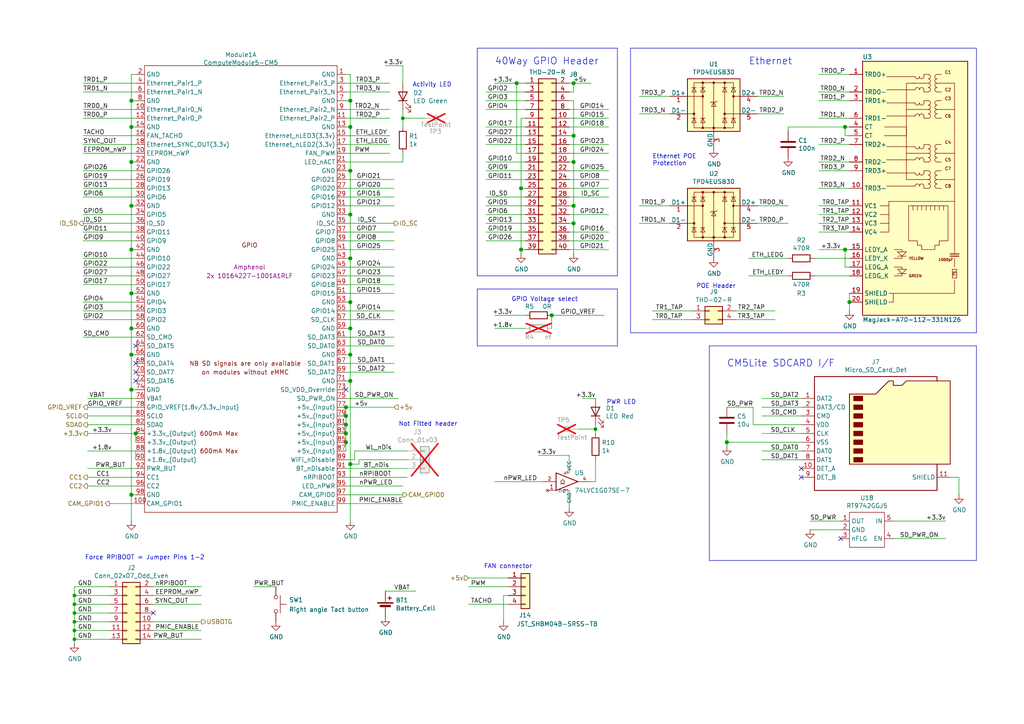
<source format=kicad_sch>
(kicad_sch (version 20231120) (generator "eeschema") (generator_version "8.0")
  (paper "A4")
  (title_block (title "Compute Module 5 IO Board - GPIO - Ethernet") (rev "1") (company "Copyright © 2024 Raspberry Pi Ltd.") (comment 1 "www.raspberrypi.com"))
  (lib_symbols
    (symbol "CM5IO:74LVC1G07_copy"
      (property "Reference" "U" (at -2.54 3.81 0))
      (property "Value" "74LVC1G07_copy" (at 0 -3.81 0))
      (symbol "74LVC1G07_copy_1_1"
        (pin no_connect line (at -6.35 -2.54 0) (length 2.54) (name "nc") (number "1"))
        (pin input line (at -7.62 0 0) (length 3.81) (name "~") (number "2"))
        (pin power_in line (at 0 -2.54 270) (length 0) (name "GND") (number "3"))
        (pin open_collector line (at 6.35 0 180) (length 3.81) (name "~") (number "4"))
        (pin power_in line (at 0 2.54 90) (length 0) (name "VCC") (number "5"))
      )
    )
    (symbol "CM5IO:ComputeModule5-CM5"
      (property "Reference" "Module" (at 113.03 -68.58 0))
      (property "Value" "ComputeModule5-CM5" (at 140.97 2.54 0))
      (property "Field4" "Amphenol" (at 0 0 0))
      (property "Field5" "2x 10164227-1001A1RLF" (at 0 -2.54 0))
      (symbol "ComputeModule5-CM5_1_0"
        (text "GPIO" (at 0 6.35 0) (effects (font (size 1.27 1.27))))
      )
      (symbol "ComputeModule5-CM5_1_1"
        (text "600mA Max" (at -8.89 -53.34 0) (effects (font (size 1.27 1.27))))
        (text "600mA Max" (at -8.89 -48.26 0) (effects (font (size 1.27 1.27))))
        (text "NB SD signals are only available" (at -1.27 -27.94 0) (effects (font (size 1.27 1.27))))
        (text "on modules without eMMC" (at -1.27 -30.48 0) (effects (font (size 1.27 1.27))))
        (pin power_in line (at 27.94 55.88 180) (length 2.54) (name "GND") (number "1"))
        (pin passive line (at -33.02 45.72 0) (length 2.54) (name "Ethernet_Pair0_N") (number "10"))
        (pin passive line (at -33.02 -68.58 0) (length 2.54) (name "CAM_GPIO1") (number "100"))
        (pin passive line (at 27.94 43.18 180) (length 2.54) (name "Ethernet_Pair2_P") (number "11"))
        (pin passive line (at -33.02 43.18 0) (length 2.54) (name "Ethernet_Pair0_P") (number "12"))
        (pin power_in line (at 27.94 40.64 180) (length 2.54) (name "GND") (number "13"))
        (pin power_in line (at -33.02 40.64 0) (length 2.54) (name "GND") (number "14"))
        (pin output line (at 27.94 38.1 180) (length 2.54) (name "Ethernet_nLED3(3.3v)") (number "15"))
        (pin input line (at -33.02 38.1 0) (length 2.54) (name "FAN_TACHO") (number "16"))
        (pin output line (at 27.94 35.56 180) (length 2.54) (name "Ethernet_nLED2(3.3v)") (number "17"))
        (pin input line (at -33.02 35.56 0) (length 2.54) (name "Ethernet_SYNC_OUT(3.3v)") (number "18"))
        (pin output line (at 27.94 33.02 180) (length 2.54) (name "FAN_PWM") (number "19"))
        (pin power_in line (at -33.02 55.88 0) (length 2.54) (name "GND") (number "2"))
        (pin passive line (at -33.02 33.02 0) (length 2.54) (name "EEPROM_nWP") (number "20"))
        (pin open_collector line (at 27.94 30.48 180) (length 2.54) (name "LED_nACT") (number "21"))
        (pin power_in line (at -33.02 30.48 0) (length 2.54) (name "GND") (number "22"))
        (pin power_in line (at 27.94 27.94 180) (length 2.54) (name "GND") (number "23"))
        (pin passive line (at -33.02 27.94 0) (length 2.54) (name "GPIO26") (number "24"))
        (pin passive line (at 27.94 25.4 180) (length 2.54) (name "GPIO21") (number "25"))
        (pin passive line (at -33.02 25.4 0) (length 2.54) (name "GPIO19") (number "26"))
        (pin passive line (at 27.94 22.86 180) (length 2.54) (name "GPIO20") (number "27"))
        (pin passive line (at -33.02 22.86 0) (length 2.54) (name "GPIO13") (number "28"))
        (pin passive line (at 27.94 20.32 180) (length 2.54) (name "GPIO16") (number "29"))
        (pin passive line (at 27.94 53.34 180) (length 2.54) (name "Ethernet_Pair3_P") (number "3"))
        (pin passive line (at -33.02 20.32 0) (length 2.54) (name "GPIO6") (number "30"))
        (pin passive line (at 27.94 17.78 180) (length 2.54) (name "GPIO12") (number "31"))
        (pin power_in line (at -33.02 17.78 0) (length 2.54) (name "GND") (number "32"))
        (pin power_in line (at 27.94 15.24 180) (length 2.54) (name "GND") (number "33"))
        (pin passive line (at -33.02 15.24 0) (length 2.54) (name "GPIO5") (number "34"))
        (pin passive line (at 27.94 12.7 180) (length 2.54) (name "ID_SC") (number "35"))
        (pin passive line (at -33.02 12.7 0) (length 2.54) (name "ID_SD") (number "36"))
        (pin passive line (at 27.94 10.16 180) (length 2.54) (name "GPIO7") (number "37"))
        (pin passive line (at -33.02 10.16 0) (length 2.54) (name "GPIO11") (number "38"))
        (pin passive line (at 27.94 7.62 180) (length 2.54) (name "GPIO8") (number "39"))
        (pin passive line (at -33.02 53.34 0) (length 2.54) (name "Ethernet_Pair1_P") (number "4"))
        (pin passive line (at -33.02 7.62 0) (length 2.54) (name "GPIO9") (number "40"))
        (pin passive line (at 27.94 5.08 180) (length 2.54) (name "GPIO25") (number "41"))
        (pin power_in line (at -33.02 5.08 0) (length 2.54) (name "GND") (number "42"))
        (pin power_in line (at 27.94 2.54 180) (length 2.54) (name "GND") (number "43"))
        (pin passive line (at -33.02 2.54 0) (length 2.54) (name "GPIO10") (number "44"))
        (pin passive line (at 27.94 0 180) (length 2.54) (name "GPIO24") (number "45"))
        (pin passive line (at -33.02 0 0) (length 2.54) (name "GPIO22") (number "46"))
        (pin passive line (at 27.94 -2.54 180) (length 2.54) (name "GPIO23") (number "47"))
        (pin passive line (at -33.02 -2.54 0) (length 2.54) (name "GPIO27") (number "48"))
        (pin passive line (at 27.94 -5.08 180) (length 2.54) (name "GPIO18") (number "49"))
        (pin passive line (at 27.94 50.8 180) (length 2.54) (name "Ethernet_Pair3_N") (number "5"))
        (pin passive line (at -33.02 -5.08 0) (length 2.54) (name "GPIO17") (number "50"))
        (pin passive line (at 27.94 -7.62 180) (length 2.54) (name "GPIO15") (number "51"))
        (pin power_in line (at -33.02 -7.62 0) (length 2.54) (name "GND") (number "52"))
        (pin power_in line (at 27.94 -10.16 180) (length 2.54) (name "GND") (number "53"))
        (pin passive line (at -33.02 -10.16 0) (length 2.54) (name "GPIO4") (number "54"))
        (pin passive line (at 27.94 -12.7 180) (length 2.54) (name "GPIO14") (number "55"))
        (pin passive line (at -33.02 -12.7 0) (length 2.54) (name "GPIO3") (number "56"))
        (pin passive line (at 27.94 -15.24 180) (length 2.54) (name "SD_CLK") (number "57"))
        (pin passive line (at -33.02 -15.24 0) (length 2.54) (name "GPIO2") (number "58"))
        (pin power_in line (at 27.94 -17.78 180) (length 2.54) (name "GND") (number "59"))
        (pin passive line (at -33.02 50.8 0) (length 2.54) (name "Ethernet_Pair1_N") (number "6"))
        (pin power_in line (at -33.02 -17.78 0) (length 2.54) (name "GND") (number "60"))
        (pin passive line (at 27.94 -20.32 180) (length 2.54) (name "SD_DAT3") (number "61"))
        (pin passive line (at -33.02 -20.32 0) (length 2.54) (name "SD_CMD") (number "62"))
        (pin passive line (at 27.94 -22.86 180) (length 2.54) (name "SD_DAT0") (number "63"))
        (pin passive line (at -33.02 -22.86 0) (length 2.54) (name "SD_DAT5") (number "64"))
        (pin power_in line (at 27.94 -25.4 180) (length 2.54) (name "GND") (number "65"))
        (pin power_in line (at -33.02 -25.4 0) (length 2.54) (name "GND") (number "66"))
        (pin passive line (at 27.94 -27.94 180) (length 2.54) (name "SD_DAT1") (number "67"))
        (pin passive line (at -33.02 -27.94 0) (length 2.54) (name "SD_DAT4") (number "68"))
        (pin passive line (at 27.94 -30.48 180) (length 2.54) (name "SD_DAT2") (number "69"))
        (pin power_in line (at 27.94 48.26 180) (length 2.54) (name "GND") (number "7"))
        (pin passive line (at -33.02 -30.48 0) (length 2.54) (name "SD_DAT7") (number "70"))
        (pin power_in line (at 27.94 -33.02 180) (length 2.54) (name "GND") (number "71"))
        (pin passive line (at -33.02 -33.02 0) (length 2.54) (name "SD_DAT6") (number "72"))
        (pin input line (at 27.94 -35.56 180) (length 2.54) (name "SD_VDD_Override") (number "73"))
        (pin power_in line (at -33.02 -35.56 0) (length 2.54) (name "GND") (number "74"))
        (pin output line (at 27.94 -38.1 180) (length 2.54) (name "SD_PWR_ON") (number "75"))
        (pin passive line (at -33.02 -38.1 0) (length 2.54) (name "VBAT") (number "76"))
        (pin power_in line (at 27.94 -40.64 180) (length 2.54) (name "+5v_(Input)") (number "77"))
        (pin power_in line (at -33.02 -40.64 0) (length 2.54) (name "GPIO_VREF(1.8v/3.3v_Input)") (number "78"))
        (pin power_in line (at 27.94 -43.18 180) (length 2.54) (name "+5v_(Input)") (number "79"))
        (pin power_in line (at -33.02 48.26 0) (length 2.54) (name "GND") (number "8"))
        (pin passive line (at -33.02 -43.18 0) (length 2.54) (name "SCL0") (number "80"))
        (pin power_in line (at 27.94 -45.72 180) (length 2.54) (name "+5v_(Input)") (number "81"))
        (pin passive line (at -33.02 -45.72 0) (length 2.54) (name "SDA0") (number "82"))
        (pin power_in line (at 27.94 -48.26 180) (length 2.54) (name "+5v_(Input)") (number "83"))
        (pin power_out line (at -33.02 -48.26 0) (length 2.54) (name "+3.3v_(Output)") (number "84"))
        (pin power_in line (at 27.94 -50.8 180) (length 2.54) (name "+5v_(Input)") (number "85"))
        (pin passive line (at -33.02 -50.8 0) (length 2.54) (name "+3.3v_(Output)") (number "86"))
        (pin power_in line (at 27.94 -53.34 180) (length 2.54) (name "+5v_(Input)") (number "87"))
        (pin power_out line (at -33.02 -53.34 0) (length 2.54) (name "+1.8v_(Output)") (number "88"))
        (pin input line (at 27.94 -55.88 180) (length 2.54) (name "WiFi_nDisable") (number "89"))
        (pin passive line (at 27.94 45.72 180) (length 2.54) (name "Ethernet_Pair2_N") (number "9"))
        (pin passive line (at -33.02 -55.88 0) (length 2.54) (name "+1.8v_(Output)") (number "90"))
        (pin input line (at 27.94 -58.42 180) (length 2.54) (name "BT_nDisable") (number "91"))
        (pin passive line (at -33.02 -58.42 0) (length 2.54) (name "PWR_BUT") (number "92"))
        (pin input line (at 27.94 -60.96 180) (length 2.54) (name "nRPIBOOT") (number "93"))
        (pin passive line (at -33.02 -60.96 0) (length 2.54) (name "CC1") (number "94"))
        (pin output line (at 27.94 -63.5 180) (length 2.54) (name "LED_nPWR") (number "95"))
        (pin passive line (at -33.02 -63.5 0) (length 2.54) (name "CC2") (number "96"))
        (pin passive line (at 27.94 -66.04 180) (length 2.54) (name "CAM_GPIO0") (number "97"))
        (pin power_in line (at -33.02 -66.04 0) (length 2.54) (name "GND") (number "98"))
        (pin input line (at 27.94 -68.58 180) (length 2.54) (name "PMIC_ENABLE") (number "99"))
      )
      (symbol "ComputeModule5-CM5_2_1"
        (text "High Speed Serial" (at 140.97 0 0) (effects (font (size 1.27 1.27))))
        (pin input line (at 170.18 60.96 180) (length 5.08) (name "USB_OTG_ID") (number "101"))
        (pin input line (at 109.22 60.96 0) (length 5.08) (name "PCIe_nCLKREQ") (number "102"))
        (pin passive line (at 170.18 58.42 180) (length 5.08) (name "USB2_N") (number "103"))
        (pin input line (at 109.22 58.42 0) (length 5.08) (name "PCIE_nWAKE") (number "104"))
        (pin passive line (at 170.18 55.88 180) (length 5.08) (name "USB2_P") (number "105"))
        (pin output line (at 109.22 55.88 0) (length 5.08) (name "PCIE_PWR_EN") (number "106"))
        (pin power_in line (at 170.18 53.34 180) (length 5.08) (name "GND") (number "107"))
        (pin power_in line (at 109.22 53.34 0) (length 5.08) (name "GND") (number "108"))
        (pin output line (at 170.18 50.8 180) (length 5.08) (name "PCIe_nRST") (number "109"))
        (pin output line (at 109.22 50.8 0) (length 5.08) (name "PCIe_CLK_P") (number "110"))
        (pin output line (at 170.18 48.26 180) (length 5.08) (name "VBUS_EN") (number "111"))
        (pin output line (at 109.22 48.26 0) (length 5.08) (name "PCIe_CLK_N") (number "112"))
        (pin power_in line (at 170.18 45.72 180) (length 5.08) (name "GND") (number "113"))
        (pin power_in line (at 109.22 45.72 0) (length 5.08) (name "GND") (number "114"))
        (pin input line (at 170.18 43.18 180) (length 5.08) (name "MIPI0_D0_N") (number "115"))
        (pin input line (at 109.22 43.18 0) (length 5.08) (name "PCIe_RX_P") (number "116"))
        (pin input line (at 170.18 40.64 180) (length 5.08) (name "MIPI0_D0_P") (number "117"))
        (pin input line (at 109.22 40.64 0) (length 5.08) (name "PCIe_RX_N") (number "118"))
        (pin power_in line (at 170.18 38.1 180) (length 5.08) (name "GND") (number "119"))
        (pin power_in line (at 109.22 38.1 0) (length 5.08) (name "GND") (number "120"))
        (pin input line (at 170.18 35.56 180) (length 5.08) (name "MIPI0_D1_N") (number "121"))
        (pin output line (at 109.22 35.56 0) (length 5.08) (name "PCIe_TX_P") (number "122"))
        (pin input line (at 170.18 33.02 180) (length 5.08) (name "MIPI0_D1_P") (number "123"))
        (pin output line (at 109.22 33.02 0) (length 5.08) (name "PCIe_TX_N") (number "124"))
        (pin power_in line (at 170.18 30.48 180) (length 5.08) (name "GND") (number "125"))
        (pin power_in line (at 109.22 30.48 0) (length 5.08) (name "GND") (number "126"))
        (pin input line (at 170.18 27.94 180) (length 5.08) (name "MIPI0_C_N") (number "127"))
        (pin input line (at 109.22 27.94 0) (length 5.08) (name "USB3-0-RX_N") (number "128"))
        (pin input line (at 170.18 25.4 180) (length 5.08) (name "MIPI0_C_P") (number "129"))
        (pin input line (at 109.22 25.4 0) (length 5.08) (name "USB3-0-RX_P") (number "130"))
        (pin power_in line (at 170.18 22.86 180) (length 5.08) (name "GND") (number "131"))
        (pin power_in line (at 109.22 22.86 0) (length 5.08) (name "GND") (number "132"))
        (pin input line (at 170.18 20.32 180) (length 5.08) (name "MIPI0_D2_N") (number "133"))
        (pin passive line (at 109.22 20.32 0) (length 5.08) (name "USB3-0-D_P") (number "134"))
        (pin input line (at 170.18 17.78 180) (length 5.08) (name "MIPI0_D2_P") (number "135"))
        (pin passive line (at 109.22 17.78 0) (length 5.08) (name "USB3-0-D_N") (number "136"))
        (pin power_in line (at 170.18 15.24 180) (length 5.08) (name "GND") (number "137"))
        (pin power_in line (at 109.22 15.24 0) (length 5.08) (name "GND") (number "138"))
        (pin input line (at 170.18 12.7 180) (length 5.08) (name "MIPI0_D3_N") (number "139"))
        (pin output line (at 109.22 12.7 0) (length 5.08) (name "USB3-0-TX_N") (number "140"))
        (pin input line (at 170.18 10.16 180) (length 5.08) (name "MIPI0_D3_P") (number "141"))
        (pin output line (at 109.22 10.16 0) (length 5.08) (name "USB3-0-TX_P") (number "142"))
        (pin input line (at 170.18 7.62 180) (length 5.08) (name "HDMI1_HOTPLUG") (number "143"))
        (pin power_in line (at 109.22 7.62 0) (length 5.08) (name "GND") (number "144"))
        (pin bidirectional line (at 170.18 5.08 180) (length 5.08) (name "HDMI1_SDA") (number "145"))
        (pin output line (at 109.22 5.08 0) (length 5.08) (name "HDMI1_TX2_P") (number "146"))
        (pin open_collector line (at 170.18 2.54 180) (length 5.08) (name "HDMI1_SCL") (number "147"))
        (pin output line (at 109.22 2.54 0) (length 5.08) (name "HDMI1_TX2_N") (number "148"))
        (pin open_collector line (at 170.18 0 180) (length 5.08) (name "HDMI1_CEC") (number "149"))
        (pin power_in line (at 109.22 0 0) (length 5.08) (name "GND") (number "150"))
        (pin open_collector line (at 170.18 -2.54 180) (length 5.08) (name "HDMI0_CEC") (number "151"))
        (pin output line (at 109.22 -2.54 0) (length 5.08) (name "HDMI1_TX1_P") (number "152"))
        (pin input line (at 170.18 -5.08 180) (length 5.08) (name "HDMI0_HOTPLUG") (number "153"))
        (pin output line (at 109.22 -5.08 0) (length 5.08) (name "HDMI1_TX1_N") (number "154"))
        (pin power_in line (at 170.18 -7.62 180) (length 5.08) (name "GND") (number "155"))
        (pin power_in line (at 109.22 -7.62 0) (length 5.08) (name "GND") (number "156"))
        (pin input line (at 170.18 -10.16 180) (length 5.08) (name "USB3-1-RX_N") (number "157"))
        (pin output line (at 109.22 -10.16 0) (length 5.08) (name "HDMI1_TX0_P") (number "158"))
        (pin input line (at 170.18 -12.7 180) (length 5.08) (name "USB3-1-RX_P") (number "159"))
        (pin output line (at 109.22 -12.7 0) (length 5.08) (name "HDMI1_TX0_N") (number "160"))
        (pin power_in line (at 170.18 -15.24 180) (length 5.08) (name "GND") (number "161"))
        (pin power_in line (at 109.22 -15.24 0) (length 5.08) (name "GND") (number "162"))
        (pin passive line (at 170.18 -17.78 180) (length 5.08) (name "USB3-1-D_P") (number "163"))
        (pin output line (at 109.22 -17.78 0) (length 5.08) (name "HDMI1_CLK_P") (number "164"))
        (pin passive line (at 170.18 -20.32 180) (length 5.08) (name "USB3-1-D_N") (number "165"))
        (pin output line (at 109.22 -20.32 0) (length 5.08) (name "HDMI1_CLK_N") (number "166"))
        (pin power_in line (at 170.18 -22.86 180) (length 5.08) (name "GND") (number "167"))
        (pin power_in line (at 109.22 -22.86 0) (length 5.08) (name "GND") (number "168"))
        (pin output line (at 170.18 -25.4 180) (length 5.08) (name "USB3-1-TX_N") (number "169"))
        (pin output line (at 109.22 -25.4 0) (length 5.08) (name "HDMI0_TX2_P") (number "170"))
        (pin output line (at 170.18 -27.94 180) (length 5.08) (name "USB3-1-TX_P") (number "171"))
        (pin output line (at 109.22 -27.94 0) (length 5.08) (name "HDMI0_TX2_N") (number "172"))
        (pin power_in line (at 170.18 -30.48 180) (length 5.08) (name "GND") (number "173"))
        (pin power_in line (at 109.22 -30.48 0) (length 5.08) (name "GND") (number "174"))
        (pin output line (at 170.18 -33.02 180) (length 5.08) (name "MIPI1_D0_N") (number "175"))
        (pin output line (at 109.22 -33.02 0) (length 5.08) (name "HDMI0_TX1_P") (number "176"))
        (pin output line (at 170.18 -35.56 180) (length 5.08) (name "MIPI1_D0_P") (number "177"))
        (pin output line (at 109.22 -35.56 0) (length 5.08) (name "HDMI0_TX1_N") (number "178"))
        (pin power_in line (at 170.18 -38.1 180) (length 5.08) (name "GND") (number "179"))
        (pin power_in line (at 109.22 -38.1 0) (length 5.08) (name "GND") (number "180"))
        (pin output line (at 170.18 -40.64 180) (length 5.08) (name "MIPI1_D1_N") (number "181"))
        (pin output line (at 109.22 -40.64 0) (length 5.08) (name "HDMI0_TX0_P") (number "182"))
        (pin output line (at 170.18 -43.18 180) (length 5.08) (name "MIPI1_D1_P") (number "183"))
        (pin output line (at 109.22 -43.18 0) (length 5.08) (name "HDMI0_TX0_N") (number "184"))
        (pin power_in line (at 170.18 -45.72 180) (length 5.08) (name "GND") (number "185"))
        (pin power_in line (at 109.22 -45.72 0) (length 5.08) (name "GND") (number "186"))
        (pin output line (at 170.18 -48.26 180) (length 5.08) (name "MIPI1_C_N") (number "187"))
        (pin output line (at 109.22 -48.26 0) (length 5.08) (name "HDMI0_CLK_P") (number "188"))
        (pin output line (at 170.18 -50.8 180) (length 5.08) (name "MIPI1_C_P") (number "189"))
        (pin output line (at 109.22 -50.8 0) (length 5.08) (name "HDMI0_CLK_N") (number "190"))
        (pin power_in line (at 170.18 -53.34 180) (length 5.08) (name "GND") (number "191"))
        (pin power_in line (at 109.22 -53.34 0) (length 5.08) (name "GND") (number "192"))
        (pin output line (at 170.18 -55.88 180) (length 5.08) (name "MIPI1_D2_N") (number "193"))
        (pin output line (at 109.22 -55.88 0) (length 5.08) (name "MIPI1_D3_N") (number "194"))
        (pin output line (at 170.18 -58.42 180) (length 5.08) (name "MIPI1_D2_P") (number "195"))
        (pin output line (at 109.22 -58.42 0) (length 5.08) (name "MIPI1_D3_P") (number "196"))
        (pin power_in line (at 170.18 -60.96 180) (length 5.08) (name "GND") (number "197"))
        (pin power_in line (at 109.22 -60.96 0) (length 5.08) (name "GND") (number "198"))
        (pin bidirectional line (at 170.18 -63.5 180) (length 5.08) (name "HDMI0_SDA") (number "199"))
        (pin open_collector line (at 109.22 -63.5 0) (length 5.08) (name "HDMI0_SCL") (number "200"))
      )
    )
    (symbol "CM5IO:MagJack-A70-112-331N126"
      (property "Reference" "U" (at 0 0 0))
      (property "Value" "MagJack-A70-112-331N126" (at 0 0 0))
      (symbol "MagJack-A70-112-331N126_1_1"
        (text "1000pF" (at 6.35 17.399 0) (effects (font (size 0.762 0.762))))
        (text "75" (at 8.89 13.335 900) (effects (font (size 0.762 0.762))))
        (text "C1" (at 6.985 71.755 0) (effects (font (size 0.889 0.889))))
        (text "C2" (at 6.985 66.675 0) (effects (font (size 0.889 0.889))))
        (text "C3" (at 6.985 64.135 0) (effects (font (size 0.889 0.889))))
        (text "C4" (at 6.985 51.435 0) (effects (font (size 0.889 0.889))))
        (text "C5" (at 6.985 46.355 0) (effects (font (size 0.889 0.889))))
        (text "C6" (at 6.985 59.055 0) (effects (font (size 0.889 0.889))))
        (text "C7" (at 6.985 43.815 0) (effects (font (size 0.889 0.889))))
        (text "C8" (at 6.985 38.735 0) (effects (font (size 0.889 0.889))))
        (text "GREEN" (at -4.445 12.7 0) (effects (font (size 0.762 0.762)) (justify left)))
        (text "YELLOW" (at -4.445 17.78 0) (effects (font (size 0.762 0.762)) (justify left)))
        (pin passive line (at -21.59 71.12 0) (length 3.81) (name "TRD0+") (number "1"))
        (pin passive line (at -21.59 38.1 0) (length 3.81) (name "TRD3-") (number "10"))
        (pin passive line (at -21.59 33.02 0) (length 3.81) (name "VC1") (number "11"))
        (pin passive line (at -21.59 30.48 0) (length 3.81) (name "VC2") (number "12"))
        (pin passive line (at -21.59 27.94 0) (length 3.81) (name "VC3") (number "13"))
        (pin passive line (at -21.59 25.4 0) (length 3.81) (name "VC4") (number "14"))
        (pin passive line (at -21.59 20.32 0) (length 3.81) (name "LEDY_A") (number "15"))
        (pin passive line (at -21.59 17.78 0) (length 3.81) (name "LEDY_K") (number "16"))
        (pin passive line (at -21.59 15.24 0) (length 3.81) (name "LEDG_A") (number "17"))
        (pin passive line (at -21.59 12.7 0) (length 3.81) (name "LEDG_K") (number "18"))
        (pin passive line (at -21.59 7.62 0) (length 3.81) (name "SHIELD") (number "19"))
        (pin passive line (at -21.59 66.04 0) (length 3.81) (name "TRD0-") (number "2"))
        (pin passive line (at -21.59 5.08 0) (length 3.81) (name "SHIELD") (number "20"))
        (pin passive line (at -21.59 63.5 0) (length 3.81) (name "TRD1+") (number "3"))
        (pin passive line (at -21.59 55.88 0) (length 3.81) (name "CT") (number "4"))
        (pin passive line (at -21.59 53.34 0) (length 3.81) (name "CT") (number "5"))
        (pin passive line (at -21.59 58.42 0) (length 3.81) (name "TRD1-") (number "6"))
        (pin passive line (at -21.59 50.8 0) (length 3.81) (name "TRD2+") (number "7"))
        (pin passive line (at -21.59 45.72 0) (length 3.81) (name "TRD2-") (number "8"))
        (pin passive line (at -21.59 43.18 0) (length 3.81) (name "TRD3+") (number "9"))
      )
    )
    (symbol "CM5IO:RT9742GGJ5"
      (property "Reference" "U" (at 0 0 0))
      (property "Value" "RT9742GGJ5" (at 0 0 0))
      (symbol "RT9742GGJ5_0_0"
        (pin power_out line (at -8.89 10.16 0) (length 2.54) (name "OUT") (number "1"))
        (pin power_in line (at -8.89 7.62 0) (length 2.54) (name "GND") (number "2"))
        (pin open_collector line (at -8.89 5.08 0) (length 2.54) (name "nFLG") (number "3"))
        (pin input line (at 6.35 5.08 180) (length 2.54) (name "EN") (number "4"))
        (pin power_in line (at 6.35 10.16 180) (length 2.54) (name "IN") (number "5"))
      )
    )
    (symbol "CM5IO:TPD4EUSB30" (pin_names (offset 0))
      (property "Reference" "U" (at -0.635 8.89 0))
      (property "Value" "TPD4EUSB30" (at 8.89 -10.16 0))
      (symbol "TPD4EUSB30_1_1"
        (pin passive line (at -12.7 2.54 0) (length 5.08) (name "D1+") (number "1"))
        (pin passive line (at -12.7 2.54 0) (length 5.08) hide (name "~") (number "10"))
        (pin passive line (at -12.7 -2.54 0) (length 5.08) (name "D1-") (number "2"))
        (pin power_in line (at 0 -12.7 90) (length 5.08) (name "GND") (number "3"))
        (pin passive line (at 12.7 2.54 180) (length 5.08) (name "D2+") (number "4"))
        (pin passive line (at 12.7 -2.54 180) (length 5.08) (name "D2-") (number "5"))
        (pin passive line (at 12.7 -2.54 180) (length 5.08) hide (name "~") (number "6"))
        (pin passive line (at 12.7 2.54 180) (length 5.08) hide (name "~") (number "7"))
        (pin passive line (at 0 -12.7 90) (length 5.08) hide (name "GND") (number "8"))
        (pin passive line (at -12.7 -2.54 0) (length 5.08) hide (name "~") (number "9"))
      )
    )
    (symbol "Connector:Micro_SD_Card_Det2"
      (property "Reference" "J" (at -16.51 17.78 0))
      (property "Value" "Micro_SD_Card_Det2" (at 16.51 17.78 0))
      (symbol "Micro_SD_Card_Det2_1_1"
        (pin bidirectional line (at -22.86 10.16 0) (length 3.81) (name "DAT2") (number "1"))
        (pin passive line (at -22.86 -10.16 0) (length 3.81) (name "DET_A") (number "10"))
        (pin passive line (at 20.32 -12.7 180) (length 3.81) (name "SHIELD") (number "11"))
        (pin bidirectional line (at -22.86 7.62 0) (length 3.81) (name "DAT3/CD") (number "2"))
        (pin input line (at -22.86 5.08 0) (length 3.81) (name "CMD") (number "3"))
        (pin power_in line (at -22.86 2.54 0) (length 3.81) (name "VDD") (number "4"))
        (pin input line (at -22.86 0 0) (length 3.81) (name "CLK") (number "5"))
        (pin power_in line (at -22.86 -2.54 0) (length 3.81) (name "VSS") (number "6"))
        (pin bidirectional line (at -22.86 -5.08 0) (length 3.81) (name "DAT0") (number "7"))
        (pin bidirectional line (at -22.86 -7.62 0) (length 3.81) (name "DAT1") (number "8"))
        (pin passive line (at -22.86 -12.7 0) (length 3.81) (name "DET_B") (number "9"))
      )
    )
    (symbol "Connector:TestPoint" (pin_numbers hide) (pin_names (offset 0.762) hide)
      (property "Reference" "TP" (at 0 6.858 0))
      (property "Value" "TestPoint" (at 0 5.08 0))
      (symbol "TestPoint_1_1"
        (pin passive line (at 0 0 90) (length 2.54) (name "1") (number "1"))
      )
    )
    (symbol "Connector_Generic:Conn_01x03" (pin_names (offset 1.016) hide)
      (property "Reference" "J" (at 0 5.08 0))
      (property "Value" "Conn_01x03" (at 0 -5.08 0))
      (symbol "Conn_01x03_1_1"
        (pin passive line (at -5.08 2.54 0) (length 3.81) (name "Pin_1") (number "1"))
        (pin passive line (at -5.08 0 0) (length 3.81) (name "Pin_2") (number "2"))
        (pin passive line (at -5.08 -2.54 0) (length 3.81) (name "Pin_3") (number "3"))
      )
    )
    (symbol "Connector_Generic:Conn_01x04" (pin_names (offset 1.016) hide)
      (property "Reference" "J" (at 0 5.08 0))
      (property "Value" "Conn_01x04" (at 0 -7.62 0))
      (symbol "Conn_01x04_1_1"
        (pin passive line (at -5.08 2.54 0) (length 3.81) (name "Pin_1") (number "1"))
        (pin passive line (at -5.08 0 0) (length 3.81) (name "Pin_2") (number "2"))
        (pin passive line (at -5.08 -2.54 0) (length 3.81) (name "Pin_3") (number "3"))
        (pin passive line (at -5.08 -5.08 0) (length 3.81) (name "Pin_4") (number "4"))
      )
    )
    (symbol "Connector_Generic:Conn_02x02_Odd_Even" (pin_names (offset 1.016) hide)
      (property "Reference" "J" (at 1.27 2.54 0))
      (property "Value" "Conn_02x02_Odd_Even" (at 1.27 -5.08 0))
      (symbol "Conn_02x02_Odd_Even_1_1"
        (pin passive line (at -5.08 0 0) (length 3.81) (name "Pin_1") (number "1"))
        (pin passive line (at 7.62 0 180) (length 3.81) (name "Pin_2") (number "2"))
        (pin passive line (at -5.08 -2.54 0) (length 3.81) (name "Pin_3") (number "3"))
        (pin passive line (at 7.62 -2.54 180) (length 3.81) (name "Pin_4") (number "4"))
      )
    )
    (symbol "Connector_Generic:Conn_02x07_Odd_Even" (pin_names (offset 1.016) hide)
      (property "Reference" "J" (at 1.27 10.16 0))
      (property "Value" "Conn_02x07_Odd_Even" (at 1.27 -10.16 0))
      (symbol "Conn_02x07_Odd_Even_1_1"
        (pin passive line (at -5.08 7.62 0) (length 3.81) (name "Pin_1") (number "1"))
        (pin passive line (at 7.62 -2.54 180) (length 3.81) (name "Pin_10") (number "10"))
        (pin passive line (at -5.08 -5.08 0) (length 3.81) (name "Pin_11") (number "11"))
        (pin passive line (at 7.62 -5.08 180) (length 3.81) (name "Pin_12") (number "12"))
        (pin passive line (at -5.08 -7.62 0) (length 3.81) (name "Pin_13") (number "13"))
        (pin passive line (at 7.62 -7.62 180) (length 3.81) (name "Pin_14") (number "14"))
        (pin passive line (at 7.62 7.62 180) (length 3.81) (name "Pin_2") (number "2"))
        (pin passive line (at -5.08 5.08 0) (length 3.81) (name "Pin_3") (number "3"))
        (pin passive line (at 7.62 5.08 180) (length 3.81) (name "Pin_4") (number "4"))
        (pin passive line (at -5.08 2.54 0) (length 3.81) (name "Pin_5") (number "5"))
        (pin passive line (at 7.62 2.54 180) (length 3.81) (name "Pin_6") (number "6"))
        (pin passive line (at -5.08 0 0) (length 3.81) (name "Pin_7") (number "7"))
        (pin passive line (at 7.62 0 180) (length 3.81) (name "Pin_8") (number "8"))
        (pin passive line (at -5.08 -2.54 0) (length 3.81) (name "Pin_9") (number "9"))
      )
    )
    (symbol "Connector_Generic:Conn_02x20_Odd_Even" (pin_names (offset 1.016) hide)
      (property "Reference" "J" (at 1.27 25.4 0))
      (property "Value" "Conn_02x20_Odd_Even" (at 1.27 -27.94 0))
      (symbol "Conn_02x20_Odd_Even_1_1"
        (pin passive line (at -5.08 22.86 0) (length 3.81) (name "Pin_1") (number "1"))
        (pin passive line (at 7.62 12.7 180) (length 3.81) (name "Pin_10") (number "10"))
        (pin passive line (at -5.08 10.16 0) (length 3.81) (name "Pin_11") (number "11"))
        (pin passive line (at 7.62 10.16 180) (length 3.81) (name "Pin_12") (number "12"))
        (pin passive line (at -5.08 7.62 0) (length 3.81) (name "Pin_13") (number "13"))
        (pin passive line (at 7.62 7.62 180) (length 3.81) (name "Pin_14") (number "14"))
        (pin passive line (at -5.08 5.08 0) (length 3.81) (name "Pin_15") (number "15"))
        (pin passive line (at 7.62 5.08 180) (length 3.81) (name "Pin_16") (number "16"))
        (pin passive line (at -5.08 2.54 0) (length 3.81) (name "Pin_17") (number "17"))
        (pin passive line (at 7.62 2.54 180) (length 3.81) (name "Pin_18") (number "18"))
        (pin passive line (at -5.08 0 0) (length 3.81) (name "Pin_19") (number "19"))
        (pin passive line (at 7.62 22.86 180) (length 3.81) (name "Pin_2") (number "2"))
        (pin passive line (at 7.62 0 180) (length 3.81) (name "Pin_20") (number "20"))
        (pin passive line (at -5.08 -2.54 0) (length 3.81) (name "Pin_21") (number "21"))
        (pin passive line (at 7.62 -2.54 180) (length 3.81) (name "Pin_22") (number "22"))
        (pin passive line (at -5.08 -5.08 0) (length 3.81) (name "Pin_23") (number "23"))
        (pin passive line (at 7.62 -5.08 180) (length 3.81) (name "Pin_24") (number "24"))
        (pin passive line (at -5.08 -7.62 0) (length 3.81) (name "Pin_25") (number "25"))
        (pin passive line (at 7.62 -7.62 180) (length 3.81) (name "Pin_26") (number "26"))
        (pin passive line (at -5.08 -10.16 0) (length 3.81) (name "Pin_27") (number "27"))
        (pin passive line (at 7.62 -10.16 180) (length 3.81) (name "Pin_28") (number "28"))
        (pin passive line (at -5.08 -12.7 0) (length 3.81) (name "Pin_29") (number "29"))
        (pin passive line (at -5.08 20.32 0) (length 3.81) (name "Pin_3") (number "3"))
        (pin passive line (at 7.62 -12.7 180) (length 3.81) (name "Pin_30") (number "30"))
        (pin passive line (at -5.08 -15.24 0) (length 3.81) (name "Pin_31") (number "31"))
        (pin passive line (at 7.62 -15.24 180) (length 3.81) (name "Pin_32") (number "32"))
        (pin passive line (at -5.08 -17.78 0) (length 3.81) (name "Pin_33") (number "33"))
        (pin passive line (at 7.62 -17.78 180) (length 3.81) (name "Pin_34") (number "34"))
        (pin passive line (at -5.08 -20.32 0) (length 3.81) (name "Pin_35") (number "35"))
        (pin passive line (at 7.62 -20.32 180) (length 3.81) (name "Pin_36") (number "36"))
        (pin passive line (at -5.08 -22.86 0) (length 3.81) (name "Pin_37") (number "37"))
        (pin passive line (at 7.62 -22.86 180) (length 3.81) (name "Pin_38") (number "38"))
        (pin passive line (at -5.08 -25.4 0) (length 3.81) (name "Pin_39") (number "39"))
        (pin passive line (at 7.62 20.32 180) (length 3.81) (name "Pin_4") (number "4"))
        (pin passive line (at 7.62 -25.4 180) (length 3.81) (name "Pin_40") (number "40"))
        (pin passive line (at -5.08 17.78 0) (length 3.81) (name "Pin_5") (number "5"))
        (pin passive line (at 7.62 17.78 180) (length 3.81) (name "Pin_6") (number "6"))
        (pin passive line (at -5.08 15.24 0) (length 3.81) (name "Pin_7") (number "7"))
        (pin passive line (at 7.62 15.24 180) (length 3.81) (name "Pin_8") (number "8"))
        (pin passive line (at -5.08 12.7 0) (length 3.81) (name "Pin_9") (number "9"))
      )
    )
    (symbol "Device:Battery_Cell" (pin_numbers hide) (pin_names (offset 0) hide)
      (property "Reference" "BT" (at 2.54 2.54 0))
      (property "Value" "Battery_Cell" (at 2.54 0 0))
      (symbol "Battery_Cell_1_1"
        (pin passive line (at 0 5.08 270) (length 2.54) (name "+") (number "1"))
        (pin passive line (at 0 -2.54 90) (length 2.54) (name "-") (number "2"))
      )
    )
    (symbol "Device:C" (pin_numbers hide) (pin_names (offset 0.254))
      (property "Reference" "C" (at 0.635 2.54 0))
      (property "Value" "C" (at 0.635 -2.54 0))
      (symbol "C_1_1"
        (pin passive line (at 0 3.81 270) (length 2.794) (name "~") (number "1"))
        (pin passive line (at 0 -3.81 90) (length 2.794) (name "~") (number "2"))
      )
    )
    (symbol "Device:LED" (pin_numbers hide) (pin_names (offset 1.016) hide)
      (property "Reference" "D" (at 0 2.54 0))
      (property "Value" "LED" (at 0 -2.54 0))
      (symbol "LED_1_1"
        (pin passive line (at -3.81 0 0) (length 2.54) (name "K") (number "1"))
        (pin passive line (at 3.81 0 180) (length 2.54) (name "A") (number "2"))
      )
    )
    (symbol "Device:R" (pin_numbers hide) (pin_names (offset 0))
      (property "Reference" "R" (at 2.032 0 90))
      (property "Value" "R" (at 0 0 90))
      (symbol "R_1_1"
        (pin passive line (at 0 3.81 270) (length 1.27) (name "~") (number "1"))
        (pin passive line (at 0 -3.81 90) (length 1.27) (name "~") (number "2"))
      )
    )
    (symbol "LED_1" (pin_numbers hide) (pin_names (offset 1.016) hide)
      (property "Reference" "D" (at 0 2.54 0))
      (property "Value" "LED" (at 0 -2.54 0))
      (symbol "LED_1_1_1"
        (pin passive line (at -3.81 0 0) (length 2.54) (name "K") (number "1"))
        (pin passive line (at 3.81 0 180) (length 2.54) (name "A") (number "2"))
      )
    )
    (symbol "Switch:SW_Push" (pin_numbers hide) (pin_names (offset 1.016) hide)
      (property "Reference" "SW" (at 1.27 2.54 0))
      (property "Value" "SW_Push" (at 0 -1.524 0))
      (symbol "SW_Push_0_1"
        (pin passive line (at -5.08 0 0) (length 2.54) (name "1") (number "1"))
        (pin passive line (at 5.08 0 180) (length 2.54) (name "2") (number "2"))
      )
    )
    (symbol "power:GND" (power) (pin_numbers hide) (pin_names (offset 0) hide)
      (property "Value" "GND" (at 0 -3.81 0))
      (symbol "GND_1_1"
        (pin power_in line (at 0 0 270) (length 0) (name "~") (number "1"))
      )
    )
  )
  (junction (at 101.6 36.83) (diameter 1.016))
  (junction (at 245.11 72.39) (diameter 1.016))
  (junction (at 101.6 29.21) (diameter 1.016))
  (junction (at 101.6 102.87) (diameter 1.016))
  (junction (at 38.1 113.03) (diameter 1.016))
  (junction (at 246.38 87.63) (diameter 1.016))
  (junction (at 38.1 46.99) (diameter 1.016))
  (junction (at 100.33 125.73) (diameter 1.016))
  (junction (at 151.13 54.61) (diameter 1.016))
  (junction (at 166.37 39.37) (diameter 1.016))
  (junction (at 21.59 175.26))
  (junction (at 38.1 72.39) (diameter 1.016))
  (junction (at 100.33 123.19) (diameter 1.016))
  (junction (at 38.1 143.51) (diameter 1.016))
  (junction (at 166.37 59.69) (diameter 1.016))
  (junction (at 38.1 59.69) (diameter 1.016))
  (junction (at 101.6 62.23) (diameter 1.016))
  (junction (at 38.1 95.25) (diameter 1.016))
  (junction (at 100.33 118.11) (diameter 1.016))
  (junction (at 101.6 95.25) (diameter 1.016))
  (junction (at 166.37 64.77) (diameter 1.016))
  (junction (at 210.82 128.27) (diameter 1.016))
  (junction (at 166.37 24.13) (diameter 1.016))
  (junction (at 101.6 87.63) (diameter 1.016))
  (junction (at 166.37 46.99) (diameter 1.016))
  (junction (at 38.1 85.09) (diameter 1.016))
  (junction (at 100.33 120.65) (diameter 1.016))
  (junction (at 172.72 124.46))
  (junction (at 38.1 36.83) (diameter 1.016))
  (junction (at 39.37 125.73) (diameter 1.016))
  (junction (at 21.59 172.72))
  (junction (at 38.1 102.87) (diameter 1.016))
  (junction (at 160.02 91.44) (diameter 1.016))
  (junction (at 38.1 29.21) (diameter 1.016))
  (junction (at 21.59 177.8))
  (junction (at 245.11 36.83) (diameter 1.016))
  (junction (at 100.33 128.27) (diameter 1.016))
  (junction (at 116.84 34.29))
  (junction (at 151.13 72.39) (diameter 1.016))
  (junction (at 21.59 185.42))
  (junction (at 101.6 110.49) (diameter 1.016))
  (junction (at 101.6 134.62) (diameter 1.016))
  (junction (at 101.6 49.53) (diameter 1.016))
  (junction (at 21.59 182.88))
  (junction (at 21.59 180.34))
  (junction (at 101.6 74.93) (diameter 1.016))
  (junction (at 149.86 24.13) (diameter 1.016))
  (no_connect (at 39.37 107.95))
  (no_connect (at 100.33 113.03))
  (no_connect (at 39.37 100.33))
  (no_connect (at 243.84 156.21))
  (no_connect (at 39.37 105.41))
  (no_connect (at 232.41 138.43))
  (no_connect (at 232.41 135.89))
  (no_connect (at 44.45 177.8))
  (no_connect (at 39.37 110.49))
  (wire (pts (xy 275.59 138.43) (xy 278.13 138.43)))
  (wire (pts (xy 101.6 110.49) (xy 101.6 134.62)))
  (polyline (pts (xy 138.43 13.97) (xy 138.43 80.01)) (stroke (width 0) (type solid)))
  (wire (pts (xy 44.45 175.26) (xy 58.42 175.26)))
  (polyline (pts (xy 138.43 80.01) (xy 179.07 80.01)) (stroke (width 0) (type solid)))
  (wire (pts (xy 100.33 135.89) (xy 118.11 135.89)))
  (wire (pts (xy 100.33 102.87) (xy 101.6 102.87)))
  (wire (pts (xy 24.13 90.17) (xy 39.37 90.17)))
  (wire (pts (xy 39.37 133.35) (xy 39.37 130.81)))
  (wire (pts (xy 237.49 41.91) (xy 246.38 41.91)))
  (wire (pts (xy 165.1 52.07) (xy 176.53 52.07)))
  (wire (pts (xy 24.13 44.45) (xy 39.37 44.45)))
  (wire (pts (xy 100.33 95.25) (xy 101.6 95.25)))
  (wire (pts (xy 165.1 34.29) (xy 176.53 34.29)))
  (wire (pts (xy 101.6 102.87) (xy 101.6 110.49)))
  (wire (pts (xy 100.33 100.33) (xy 114.3 100.33)))
  (wire (pts (xy 217.17 74.93) (xy 228.6 74.93)))
  (wire (pts (xy 39.37 128.27) (xy 39.37 125.73)))
  (wire (pts (xy 21.59 172.72) (xy 31.75 172.72)))
  (wire (pts (xy 111.76 171.45) (xy 120.65 171.45)))
  (wire (pts (xy 100.33 118.11) (xy 114.3 118.11)))
  (wire (pts (xy 101.6 36.83) (xy 101.6 49.53)))
  (wire (pts (xy 44.45 172.72) (xy 58.42 172.72)))
  (polyline (pts (xy 179.07 83.82) (xy 179.07 100.33)) (stroke (width 0) (type solid)))
  (wire (pts (xy 24.13 92.71) (xy 39.37 92.71)))
  (wire (pts (xy 116.84 36.83) (xy 116.84 34.29)))
  (wire (pts (xy 24.13 31.75) (xy 39.37 31.75)))
  (wire (pts (xy 24.13 77.47) (xy 39.37 77.47)))
  (wire (pts (xy 100.33 29.21) (xy 101.6 29.21)))
  (wire (pts (xy 220.98 120.65) (xy 232.41 120.65)))
  (wire (pts (xy 21.59 170.18) (xy 31.75 170.18)))
  (wire (pts (xy 100.33 90.17) (xy 114.3 90.17)))
  (wire (pts (xy 21.59 185.42) (xy 31.75 185.42)))
  (wire (pts (xy 24.13 82.55) (xy 39.37 82.55)))
  (wire (pts (xy 166.37 64.77) (xy 166.37 59.69)))
  (wire (pts (xy 24.13 80.01) (xy 39.37 80.01)))
  (wire (pts (xy 100.33 34.29) (xy 113.03 34.29)))
  (wire (pts (xy 39.37 36.83) (xy 38.1 36.83)))
  (wire (pts (xy 100.33 44.45) (xy 113.03 44.45)))
  (wire (pts (xy 100.33 31.75) (xy 113.03 31.75)))
  (wire (pts (xy 102.87 133.35) (xy 102.87 130.81)))
  (wire (pts (xy 24.13 67.31) (xy 39.37 67.31)))
  (wire (pts (xy 237.49 59.69) (xy 246.38 59.69)))
  (wire (pts (xy 104.14 133.35) (xy 118.11 133.35)))
  (wire (pts (xy 100.33 87.63) (xy 101.6 87.63)))
  (wire (pts (xy 166.37 39.37) (xy 166.37 46.99)))
  (wire (pts (xy 24.13 39.37) (xy 39.37 39.37)))
  (wire (pts (xy 39.37 21.59) (xy 38.1 21.59)))
  (wire (pts (xy 101.6 21.59) (xy 101.6 29.21)))
  (wire (pts (xy 236.22 80.01) (xy 246.38 80.01)))
  (wire (pts (xy 101.6 29.21) (xy 101.6 36.83)))
  (wire (pts (xy 38.1 143.51) (xy 38.1 151.13)))
  (wire (pts (xy 165.1 67.31) (xy 176.53 67.31)))
  (wire (pts (xy 146.05 172.72) (xy 146.05 180.34)))
  (wire (pts (xy 219.71 33.02) (xy 227.33 33.02)))
  (wire (pts (xy 165.1 142.24) (xy 165.1 147.32)))
  (wire (pts (xy 100.33 57.15) (xy 114.3 57.15)))
  (wire (pts (xy 167.64 124.46) (xy 172.72 124.46)))
  (wire (pts (xy 165.1 137.16) (xy 165.1 132.08)))
  (wire (pts (xy 100.33 143.51) (xy 116.84 143.51)))
  (wire (pts (xy 166.37 46.99) (xy 165.1 46.99)))
  (wire (pts (xy 100.33 107.95) (xy 114.3 107.95)))
  (wire (pts (xy 100.33 80.01) (xy 114.3 80.01)))
  (wire (pts (xy 151.13 72.39) (xy 151.13 73.66)))
  (wire (pts (xy 25.4 138.43) (xy 39.37 138.43)))
  (wire (pts (xy 101.6 95.25) (xy 101.6 102.87)))
  (wire (pts (xy 38.1 72.39) (xy 38.1 85.09)))
  (wire (pts (xy 213.36 92.71) (xy 224.79 92.71)))
  (wire (pts (xy 210.82 128.27) (xy 232.41 128.27)))
  (wire (pts (xy 101.6 49.53) (xy 101.6 62.23)))
  (wire (pts (xy 143.51 95.25) (xy 152.4 95.25)))
  (wire (pts (xy 24.13 74.93) (xy 39.37 74.93)))
  (polyline (pts (xy 182.88 13.97) (xy 283.21 13.97)) (stroke (width 0) (type solid)))
  (wire (pts (xy 100.33 140.97) (xy 116.84 140.97)))
  (wire (pts (xy 165.1 36.83) (xy 176.53 36.83)))
  (wire (pts (xy 149.86 44.45) (xy 152.4 44.45)))
  (wire (pts (xy 39.37 29.21) (xy 38.1 29.21)))
  (wire (pts (xy 21.59 180.34) (xy 31.75 180.34)))
  (wire (pts (xy 213.36 90.17) (xy 224.79 90.17)))
  (wire (pts (xy 44.45 182.88) (xy 58.42 182.88)))
  (polyline (pts (xy 179.07 13.97) (xy 138.43 13.97)) (stroke (width 0) (type solid)))
  (wire (pts (xy 25.4 140.97) (xy 39.37 140.97)))
  (wire (pts (xy 25.4 135.89) (xy 39.37 135.89)))
  (wire (pts (xy 189.23 90.17) (xy 200.66 90.17)))
  (wire (pts (xy 100.33 128.27) (xy 100.33 130.81)))
  (wire (pts (xy 44.45 170.18) (xy 58.42 170.18)))
  (wire (pts (xy 243.84 153.67) (xy 234.95 153.67)))
  (wire (pts (xy 246.38 36.83) (xy 245.11 36.83)))
  (wire (pts (xy 194.31 64.77) (xy 185.42 64.77)))
  (wire (pts (xy 140.97 49.53) (xy 152.4 49.53)))
  (wire (pts (xy 100.33 41.91) (xy 113.03 41.91)))
  (wire (pts (xy 21.59 177.8) (xy 21.59 180.34)))
  (wire (pts (xy 100.33 115.57) (xy 115.57 115.57)))
  (wire (pts (xy 114.3 97.79) (xy 100.33 97.79)))
  (wire (pts (xy 24.13 26.67) (xy 39.37 26.67)))
  (wire (pts (xy 166.37 24.13) (xy 171.45 24.13)))
  (wire (pts (xy 217.17 80.01) (xy 228.6 80.01)))
  (wire (pts (xy 24.13 49.53) (xy 39.37 49.53)))
  (wire (pts (xy 243.84 151.13) (xy 234.95 151.13)))
  (wire (pts (xy 140.97 59.69) (xy 152.4 59.69)))
  (wire (pts (xy 100.33 120.65) (xy 100.33 123.19)))
  (wire (pts (xy 237.49 26.67) (xy 246.38 26.67)))
  (wire (pts (xy 100.33 74.93) (xy 101.6 74.93)))
  (wire (pts (xy 100.33 39.37) (xy 113.03 39.37)))
  (wire (pts (xy 140.97 67.31) (xy 152.4 67.31)))
  (wire (pts (xy 210.82 125.73) (xy 210.82 128.27)))
  (wire (pts (xy 165.1 41.91) (xy 176.53 41.91)))
  (polyline (pts (xy 139.7 83.82) (xy 179.07 83.82)) (stroke (width 0) (type solid)))
  (polyline (pts (xy 283.21 162.56) (xy 205.74 162.56)) (stroke (width 0) (type solid)))
  (wire (pts (xy 140.97 46.99) (xy 152.4 46.99)))
  (wire (pts (xy 100.33 138.43) (xy 118.11 138.43)))
  (wire (pts (xy 38.1 95.25) (xy 39.37 95.25)))
  (wire (pts (xy 44.45 185.42) (xy 58.42 185.42)))
  (wire (pts (xy 218.44 123.19) (xy 218.44 118.11)))
  (wire (pts (xy 38.1 102.87) (xy 38.1 113.03)))
  (wire (pts (xy 38.1 85.09) (xy 38.1 95.25)))
  (wire (pts (xy 31.75 146.05) (xy 39.37 146.05)))
  (wire (pts (xy 116.84 19.05) (xy 116.84 24.13)))
  (wire (pts (xy 152.4 34.29) (xy 151.13 34.29)))
  (wire (pts (xy 237.49 64.77) (xy 246.38 64.77)))
  (wire (pts (xy 21.59 175.26) (xy 31.75 175.26)))
  (wire (pts (xy 116.84 34.29) (xy 116.84 31.75)))
  (wire (pts (xy 236.22 74.93) (xy 246.38 74.93)))
  (wire (pts (xy 140.97 62.23) (xy 152.4 62.23)))
  (wire (pts (xy 237.49 29.21) (xy 246.38 29.21)))
  (wire (pts (xy 165.1 72.39) (xy 176.53 72.39)))
  (wire (pts (xy 165.1 24.13) (xy 166.37 24.13)))
  (wire (pts (xy 104.14 134.62) (xy 104.14 133.35)))
  (wire (pts (xy 101.6 134.62) (xy 101.6 151.13)))
  (wire (pts (xy 278.13 138.43) (xy 278.13 143.51)))
  (wire (pts (xy 38.1 59.69) (xy 38.1 72.39)))
  (wire (pts (xy 21.59 177.8) (xy 31.75 177.8)))
  (wire (pts (xy 38.1 113.03) (xy 39.37 113.03)))
  (wire (pts (xy 38.1 72.39) (xy 39.37 72.39)))
  (wire (pts (xy 24.13 54.61) (xy 39.37 54.61)))
  (wire (pts (xy 100.33 52.07) (xy 114.3 52.07)))
  (wire (pts (xy 246.38 87.63) (xy 246.38 90.17)))
  (wire (pts (xy 25.4 130.81) (xy 39.37 130.81)))
  (wire (pts (xy 24.13 97.79) (xy 39.37 97.79)))
  (wire (pts (xy 237.49 49.53) (xy 246.38 49.53)))
  (wire (pts (xy 24.13 24.13) (xy 39.37 24.13)))
  (polyline (pts (xy 283.21 100.33) (xy 283.21 162.56)) (stroke (width 0) (type solid)))
  (wire (pts (xy 100.33 62.23) (xy 101.6 62.23)))
  (wire (pts (xy 143.51 24.13) (xy 149.86 24.13)))
  (wire (pts (xy 246.38 85.09) (xy 246.38 87.63)))
  (wire (pts (xy 100.33 24.13) (xy 113.03 24.13)))
  (wire (pts (xy 100.33 36.83) (xy 101.6 36.83)))
  (wire (pts (xy 38.1 95.25) (xy 38.1 102.87)))
  (wire (pts (xy 172.72 133.35) (xy 172.72 139.7)))
  (wire (pts (xy 39.37 143.51) (xy 38.1 143.51)))
  (wire (pts (xy 24.13 57.15) (xy 39.37 57.15)))
  (wire (pts (xy 166.37 64.77) (xy 166.37 73.66)))
  (wire (pts (xy 185.42 59.69) (xy 194.31 59.69)))
  (wire (pts (xy 245.11 39.37) (xy 245.11 36.83)))
  (wire (pts (xy 220.98 130.81) (xy 232.41 130.81)))
  (wire (pts (xy 25.4 123.19) (xy 39.37 123.19)))
  (wire (pts (xy 38.1 113.03) (xy 38.1 143.51)))
  (wire (pts (xy 165.1 132.08) (xy 156.21 132.08)))
  (wire (pts (xy 237.49 72.39) (xy 245.11 72.39)))
  (wire (pts (xy 172.72 123.19) (xy 172.72 124.46)))
  (wire (pts (xy 228.6 36.83) (xy 245.11 36.83)))
  (wire (pts (xy 102.87 130.81) (xy 118.11 130.81)))
  (wire (pts (xy 100.33 146.05) (xy 116.84 146.05)))
  (wire (pts (xy 220.98 115.57) (xy 232.41 115.57)))
  (wire (pts (xy 100.33 64.77) (xy 114.3 64.77)))
  (wire (pts (xy 140.97 36.83) (xy 152.4 36.83)))
  (wire (pts (xy 259.08 151.13) (xy 274.32 151.13)))
  (wire (pts (xy 101.6 87.63) (xy 101.6 95.25)))
  (wire (pts (xy 147.32 172.72) (xy 146.05 172.72)))
  (wire (pts (xy 100.33 54.61) (xy 114.3 54.61)))
  (wire (pts (xy 245.11 77.47) (xy 245.11 72.39)))
  (wire (pts (xy 237.49 21.59) (xy 246.38 21.59)))
  (wire (pts (xy 116.84 46.99) (xy 116.84 44.45)))
  (wire (pts (xy 100.33 133.35) (xy 102.87 133.35)))
  (wire (pts (xy 100.33 69.85) (xy 114.3 69.85)))
  (wire (pts (xy 114.3 105.41) (xy 100.33 105.41)))
  (polyline (pts (xy 283.21 96.52) (xy 182.88 96.52)) (stroke (width 0) (type solid)))
  (wire (pts (xy 25.4 118.11) (xy 39.37 118.11)))
  (wire (pts (xy 140.97 29.21) (xy 152.4 29.21)))
  (wire (pts (xy 219.71 27.94) (xy 227.33 27.94)))
  (wire (pts (xy 21.59 180.34) (xy 21.59 182.88)))
  (polyline (pts (xy 182.88 96.52) (xy 182.88 13.97)) (stroke (width 0) (type solid)))
  (wire (pts (xy 100.33 85.09) (xy 114.3 85.09)))
  (polyline (pts (xy 205.74 162.56) (xy 205.74 100.33)) (stroke (width 0) (type solid)))
  (wire (pts (xy 135.89 170.18) (xy 147.32 170.18)))
  (wire (pts (xy 143.51 91.44) (xy 152.4 91.44)))
  (wire (pts (xy 140.97 26.67) (xy 152.4 26.67)))
  (wire (pts (xy 166.37 59.69) (xy 166.37 46.99)))
  (wire (pts (xy 24.13 34.29) (xy 39.37 34.29)))
  (wire (pts (xy 25.4 115.57) (xy 39.37 115.57)))
  (wire (pts (xy 165.1 31.75) (xy 176.53 31.75)))
  (wire (pts (xy 165.1 62.23) (xy 176.53 62.23)))
  (wire (pts (xy 140.97 57.15) (xy 152.4 57.15)))
  (wire (pts (xy 185.42 27.94) (xy 194.31 27.94)))
  (wire (pts (xy 25.4 125.73) (xy 39.37 125.73)))
  (wire (pts (xy 165.1 59.69) (xy 166.37 59.69)))
  (wire (pts (xy 100.33 59.69) (xy 114.3 59.69)))
  (wire (pts (xy 166.37 39.37) (xy 165.1 39.37)))
  (wire (pts (xy 245.11 72.39) (xy 246.38 72.39)))
  (wire (pts (xy 135.89 175.26) (xy 147.32 175.26)))
  (polyline (pts (xy 205.74 100.33) (xy 283.21 100.33)) (stroke (width 0) (type solid)))
  (wire (pts (xy 151.13 34.29) (xy 151.13 54.61)))
  (wire (pts (xy 114.3 92.71) (xy 100.33 92.71)))
  (wire (pts (xy 100.33 67.31) (xy 114.3 67.31)))
  (wire (pts (xy 140.97 31.75) (xy 152.4 31.75)))
  (wire (pts (xy 140.97 39.37) (xy 152.4 39.37)))
  (polyline (pts (xy 179.07 13.97) (xy 179.07 80.01)) (stroke (width 0) (type solid)))
  (polyline (pts (xy 283.21 13.97) (xy 283.21 96.52)) (stroke (width 0) (type solid)))
  (wire (pts (xy 149.86 24.13) (xy 149.86 44.45)))
  (wire (pts (xy 21.59 182.88) (xy 31.75 182.88)))
  (wire (pts (xy 166.37 29.21) (xy 166.37 39.37)))
  (wire (pts (xy 24.13 64.77) (xy 39.37 64.77)))
  (wire (pts (xy 172.72 139.7) (xy 171.45 139.7)))
  (wire (pts (xy 165.1 26.67) (xy 166.37 26.67)))
  (wire (pts (xy 25.4 120.65) (xy 39.37 120.65)))
  (wire (pts (xy 38.1 36.83) (xy 38.1 46.99)))
  (wire (pts (xy 100.33 46.99) (xy 116.84 46.99)))
  (wire (pts (xy 151.13 72.39) (xy 152.4 72.39)))
  (wire (pts (xy 185.42 33.02) (xy 194.31 33.02)))
  (wire (pts (xy 24.13 52.07) (xy 39.37 52.07)))
  (wire (pts (xy 151.13 54.61) (xy 152.4 54.61)))
  (polyline (pts (xy 138.43 100.33) (xy 138.43 83.82)) (stroke (width 0) (type solid)))
  (wire (pts (xy 160.02 91.44) (xy 175.26 91.44)))
  (wire (pts (xy 140.97 69.85) (xy 152.4 69.85)))
  (wire (pts (xy 237.49 67.31) (xy 246.38 67.31)))
  (wire (pts (xy 219.71 59.69) (xy 228.6 59.69)))
  (wire (pts (xy 172.72 115.57) (xy 168.91 115.57)))
  (wire (pts (xy 21.59 185.42) (xy 21.59 186.69)))
  (wire (pts (xy 100.33 72.39) (xy 114.3 72.39)))
  (wire (pts (xy 38.1 29.21) (xy 38.1 36.83)))
  (wire (pts (xy 100.33 21.59) (xy 101.6 21.59)))
  (wire (pts (xy 165.1 49.53) (xy 176.53 49.53)))
  (wire (pts (xy 237.49 34.29) (xy 246.38 34.29)))
  (wire (pts (xy 100.33 110.49) (xy 101.6 110.49)))
  (wire (pts (xy 246.38 77.47) (xy 245.11 77.47)))
  (wire (pts (xy 143.51 139.7) (xy 157.48 139.7)))
  (wire (pts (xy 24.13 69.85) (xy 39.37 69.85)))
  (wire (pts (xy 24.13 87.63) (xy 39.37 87.63)))
  (wire (pts (xy 100.33 118.11) (xy 100.33 120.65)))
  (wire (pts (xy 21.59 170.18) (xy 21.59 172.72)))
  (wire (pts (xy 111.76 19.05) (xy 116.84 19.05)))
  (wire (pts (xy 210.82 128.27) (xy 210.82 129.54)))
  (wire (pts (xy 100.33 49.53) (xy 101.6 49.53)))
  (wire (pts (xy 151.13 54.61) (xy 151.13 72.39)))
  (wire (pts (xy 100.33 26.67) (xy 113.03 26.67)))
  (wire (pts (xy 232.41 123.19) (xy 218.44 123.19)))
  (wire (pts (xy 165.1 44.45) (xy 176.53 44.45)))
  (wire (pts (xy 24.13 62.23) (xy 39.37 62.23)))
  (wire (pts (xy 237.49 46.99) (xy 246.38 46.99)))
  (wire (pts (xy 237.49 62.23) (xy 246.38 62.23)))
  (wire (pts (xy 219.71 64.77) (xy 228.6 64.77)))
  (wire (pts (xy 24.13 41.91) (xy 39.37 41.91)))
  (wire (pts (xy 259.08 156.21) (xy 274.32 156.21)))
  (wire (pts (xy 21.59 172.72) (xy 21.59 175.26)))
  (wire (pts (xy 189.23 92.71) (xy 200.66 92.71)))
  (wire (pts (xy 101.6 74.93) (xy 101.6 87.63)))
  (polyline (pts (xy 139.7 83.82) (xy 138.43 83.82)) (stroke (width 0) (type solid)))
  (wire (pts (xy 100.33 123.19) (xy 100.33 125.73)))
  (wire (pts (xy 228.6 38.1) (xy 228.6 36.83)))
  (wire (pts (xy 232.41 118.11) (xy 220.98 118.11)))
  (wire (pts (xy 140.97 64.77) (xy 152.4 64.77)))
  (wire (pts (xy 38.1 46.99) (xy 39.37 46.99)))
  (wire (pts (xy 140.97 52.07) (xy 152.4 52.07)))
  (wire (pts (xy 73.66 170.18) (xy 80.01 170.18)))
  (wire (pts (xy 237.49 54.61) (xy 246.38 54.61)))
  (wire (pts (xy 140.97 41.91) (xy 152.4 41.91)))
  (wire (pts (xy 38.1 21.59) (xy 38.1 29.21)))
  (wire (pts (xy 135.89 167.64) (xy 147.32 167.64)))
  (wire (pts (xy 38.1 85.09) (xy 39.37 85.09)))
  (wire (pts (xy 165.1 64.77) (xy 166.37 64.77)))
  (wire (pts (xy 100.33 125.73) (xy 100.33 128.27)))
  (wire (pts (xy 160.02 91.44) (xy 160.02 95.25)))
  (wire (pts (xy 100.33 77.47) (xy 114.3 77.47)))
  (wire (pts (xy 38.1 102.87) (xy 39.37 102.87)))
  (wire (pts (xy 38.1 59.69) (xy 39.37 59.69)))
  (polyline (pts (xy 179.07 100.33) (xy 139.7 100.33)) (stroke (width 0) (type solid)))
  (wire (pts (xy 152.4 24.13) (xy 149.86 24.13)))
  (wire (pts (xy 165.1 69.85) (xy 176.53 69.85)))
  (wire (pts (xy 172.72 124.46) (xy 172.72 125.73)))
  (wire (pts (xy 210.82 118.11) (xy 218.44 118.11)))
  (wire (pts (xy 246.38 39.37) (xy 245.11 39.37)))
  (wire (pts (xy 232.41 125.73) (xy 220.98 125.73)))
  (wire (pts (xy 166.37 26.67) (xy 166.37 24.13)))
  (wire (pts (xy 232.41 133.35) (xy 220.98 133.35)))
  (wire (pts (xy 44.45 180.34) (xy 58.42 180.34)))
  (wire (pts (xy 21.59 182.88) (xy 21.59 185.42)))
  (wire (pts (xy 100.33 82.55) (xy 114.3 82.55)))
  (wire (pts (xy 116.84 34.29) (xy 123.19 34.29)))
  (wire (pts (xy 101.6 62.23) (xy 101.6 74.93)))
  (wire (pts (xy 38.1 46.99) (xy 38.1 59.69)))
  (wire (pts (xy 165.1 57.15) (xy 176.53 57.15)))
  (wire (pts (xy 21.59 175.26) (xy 21.59 177.8)))
  (wire (pts (xy 101.6 134.62) (xy 104.14 134.62)))
  (wire (pts (xy 165.1 54.61) (xy 176.53 54.61)))
  (wire (pts (xy 165.1 29.21) (xy 166.37 29.21)))
  (polyline (pts (xy 138.43 100.33) (xy 139.7 100.33)) (stroke (width 0) (type solid)))
  (text "40Way GPIO Header" (at 143.51 19.05 0) (effects (font (size 2.007 2.007)) (justify left bottom)))
  (text "Activity LED" (at 119.634 25.4 0) (effects (font (size 1.27 1.27)) (justify left bottom)))
  (text "FAN connector\n" (at 140.335 165.1 0) (effects (font (size 1.27 1.27)) (justify left bottom)))
  (text "Ethernet POE\nProtection" (at 189.23 48.26 0) (effects (font (size 1.27 1.27)) (justify left bottom)))
  (text "GPIO Voltage select\n" (at 167.64 87.63 0) (effects (font (size 1.27 1.27)) (justify right bottom)))
  (text "Not Fitted header" (at 132.715 123.825 0) (effects (font (size 1.27 1.27)) (justify right bottom)))
  (text "POE Header" (at 201.93 83.82 0) (effects (font (size 1.27 1.27)) (justify left bottom)))
  (text "Force RPIBOOT = Jumper Pins 1-2 \n" (at 60.325 162.56 0) (effects (font (size 1.27 1.27)) (justify right bottom)))
  (text "PWR LED" (at 175.895 117.475 0) (effects (font (size 1.27 1.27)) (justify left bottom)))
  (text "Ethernet" (at 217.17 19.05 0) (effects (font (size 2.0066 2.0066)) (justify left bottom)))
  (text "CM5Lite SDCARD I/F" (at 210.82 106.68 0) (effects (font (size 2.007 2.007)) (justify left bottom)))
  (label "+1.8v" (at 148.59 95.25 180))
  (label "GPIO24" (at 175.26 44.45 180))
  (label "SD_DAT2" (at 111.76 107.95 180))
  (label "+5v" (at 170.18 24.13 180))
  (label "GPIO5" (at 24.13 62.23 0))
  (label "TRD3_N" (at 103.124 26.67 0))
  (label "GPIO2" (at 24.13 92.71 0))
  (label "GPIO9" (at 24.13 69.85 0))
  (label "TRD3_N" (at 245.11 54.61 180))
  (label "ETH_LEDG" (at 103.124 41.91 0))
  (label "SD_DAT1" (at 111.76 105.41 180))
  (label "TRD1_N" (at 193.04 64.77 180))
  (label "+3.3v" (at 148.59 24.13 180))
  (label "GPIO10" (at 24.13 74.93 0))
  (label "TRD3_P" (at 103.124 24.13 0))
  (label "GPIO6" (at 24.13 57.15 0))
  (label "TRD0_P" (at 227.33 64.77 180))
  (label "TRD3_P" (at 193.04 27.94 180))
  (label "GPIO8" (at 173.99 52.07 180))
  (label "GPIO20" (at 110.49 54.61 180))
  (label "SD_DAT2" (at 223.52 115.57 0))
  (label "GPIO25" (at 110.49 72.39 180))
  (label "GPIO2" (at 147.32 26.67 180))
  (label "SD_DAT0" (at 111.76 100.33 180))
  (label "GPIO26" (at 148.59 69.85 180))
  (label "GPIO15" (at 110.49 85.09 180))
  (label "GPIO13" (at 24.13 54.61 0))
  (label "TRD1_P" (at 193.04 59.69 180))
  (label "GPIO7" (at 109.22 67.31 180))
  (label "GPIO14" (at 110.49 90.17 180))
  (label "BT_nDis" (at 112.8776 135.89 180))
  (label "SD_PWR_ON" (at 260.985 156.21 0))
  (label "GPIO7" (at 173.99 54.61 180))
  (label "ETH_LEDY" (at 103.124 39.37 0))
  (label "VBAT" (at 114.3 171.45 0))
  (label "TR1_TAP" (at 198.12 90.17 180))
  (label "SD_PWR_ON" (at 102.87 115.57 0))
  (label "PWM" (at 102.87 44.45 0))
  (label "GPIO4" (at 24.13 87.63 0))
  (label "GPIO10" (at 148.59 46.99 180))
  (label "TRD1_P" (at 24.13 24.13 0))
  (label "CC1" (at 27.94 138.43 0))
  (label "TRD1_P" (at 245.11 29.21 180))
  (label "WL_nDis" (at 113.665 130.81 180))
  (label "GPIO6" (at 147.32 62.23 180))
  (label "+3.3v" (at 274.32 151.13 180))
  (label "GPIO17" (at 148.59 36.83 180))
  (label "+3.3v" (at 116.84 19.05 180))
  (label "GPIO19" (at 148.59 67.31 180))
  (label "GND" (at 26.67 182.88 180))
  (label "SD_DAT3" (at 111.76 97.79 180))
  (label "GPIO27" (at 24.13 80.01 0))
  (label "EEPROM_nWP" (at 24.13 44.45 0))
  (label "GPIO_VREF" (at 25.4 118.11 0))
  (label "SD_PWR" (at 210.82 118.11 0))
  (label "GPIO9" (at 147.32 49.53 180))
  (label "GPIO20" (at 175.26 69.85 180))
  (label "TR0_TAP" (at 198.0184 92.71 180))
  (label "SD_DAT0" (at 223.52 130.81 0))
  (label "GPIO21" (at 110.49 52.07 180))
  (label "GPIO23" (at 110.49 80.01 180))
  (label "ID_SD" (at 147.32 57.15 180))
  (label "GPIO16" (at 175.26 67.31 180))
  (label "TRD0_N" (at 24.13 31.75 0))
  (label "TRD3_P" (at 245.11 49.53 180))
  (label "ETH_LEDY" (at 227.33 80.01 180))
  (label "TRD0_N" (at 227.33 59.69 180))
  (label "TRD2_N" (at 227.33 27.94 180))
  (label "ETH_LEDG" (at 227.33 74.93 180))
  (label "TRD0_N" (at 245.11 26.67 180))
  (label "TR2_TAP" (at 246.38 64.77 180))
  (label "GPIO22" (at 148.59 41.91 180))
  (label "+1.8v" (at 26.67 130.81 0))
  (label "SYNC_OUT" (at 54.61 175.26 180))
  (label "PWR_BUT" (at 73.66 170.18 0))
  (label "GPIO18" (at 175.26 36.83 180))
  (label "SD_DAT3" (at 223.52 118.11 0))
  (label "TR2_TAP" (at 221.9198 90.17 180))
  (label "SD_CLK" (at 110.49 92.71 180))
  (label "GND" (at 26.67 170.18 180))
  (label "GPIO16" (at 110.49 57.15 180))
  (label "GPIO12" (at 110.49 59.69 180))
  (label "GPIO23" (at 175.26 41.91 180))
  (label "+3.3v" (at 26.67 125.73 0))
  (label "SD_CMD" (at 223.52 120.65 0))
  (label "PWM" (at 136.525 170.18 0))
  (label "ID_SC" (at 173.99 57.15 180))
  (label "GPIO8" (at 109.22 69.85 180))
  (label "GPIO17" (at 24.13 82.55 0))
  (label "SYNC_OUT" (at 24.13 41.91 0))
  (label "nPWR_LED" (at 146.05 139.7 0))
  (label "SD_PWR" (at 234.95 151.13 0))
  (label "SD_DAT1" (at 223.52 133.35 0))
  (label "TRD0_P" (at 245.11 21.59 180))
  (label "GPIO18" (at 110.49 82.55 180))
  (label "TRD2_N" (at 102.87 31.75 0))
  (label "GPIO15" (at 175.26 34.29 180))
  (label "GPIO5" (at 147.32 59.69 180))
  (label "nPWR_LED" (at 104.14 140.97 0))
  (label "PMIC_ENABLE" (at 57.785 182.88 180))
  (label "TR3_TAP" (at 221.8944 92.71 180))
  (label "GPIO3" (at 147.32 29.21 180))
  (label "TRD0_P" (at 24.13 34.29 0))
  (label "nRPIBOOT" (at 54.356 170.18 180))
  (label "+3.3v" (at 148.59 91.44 180))
  (label "GND" (at 26.67 177.8 180))
  (label "GND" (at 26.67 185.42 180))
  (label "GPIO26" (at 24.13 49.53 0))
  (label "TACHO" (at 136.525 175.26 0))
  (label "PWR_BUT" (at 27.686 135.89 0))
  (label "GPIO12" (at 175.26 62.23 180))
  (label "+3.3v" (at 161.29 132.08 180))
  (label "nRPIBOOT" (at 104.14 138.43 0))
  (label "EEPROM_nWP" (at 57.658 172.72 180))
  (label "GPIO11" (at 24.13 67.31 0))
  (label "ID_SD" (at 24.13 64.77 0))
  (label "TRD1_N" (at 24.13 26.67 0))
  (label "GPIO24" (at 110.49 77.47 180))
  (label "GND" (at 26.67 175.26 180))
  (label "TRD3_N" (at 193.04 33.02 180))
  (label "GPIO27" (at 148.59 39.37 180))
  (label "TR1_TAP" (at 246.38 62.23 180))
  (label "VBAT" (at 30.48 115.57 180))
  (label "ID_SC" (at 109.22 64.77 180))
  (label "TRD2_P" (at 245.11 41.91 180))
  (label "GPIO21" (at 175.26 72.39 180))
  (label "CC2" (at 27.94 140.97 0))
  (label "GPIO14" (at 175.26 31.75 180))
  (label "TACHO" (at 24.13 39.37 0))
  (label "GPIO25" (at 175.26 49.53 180))
  (label "TRD2_N" (at 245.11 46.99 180))
  (label "TR0_TAP" (at 246.38 59.69 180))
  (label "+5v" (at 106.68 118.11 180))
  (label "SD_CMD" (at 24.13 97.79 0))
  (label "TRD1_N" (at 245.11 34.29 180))
  (label "PMIC_ENABLE" (at 116.84 146.05 180))
  (label "+3.3v" (at 172.72 115.57 180))
  (label "GPIO13" (at 148.59 64.77 180))
  (label "GPIO_VREF" (at 162.56 91.44 0))
  (label "TRD2_P" (at 103.124 34.29 0))
  (label "GND" (at 26.67 172.72 180))
  (label "GPIO19" (at 24.13 52.07 0))
  (label "GPIO11" (at 148.59 52.07 180))
  (label "PWR_BUT" (at 44.45 185.42 0))
  (label "TR3_TAP" (at 246.38 67.31 180))
  (label "SD_CLK" (at 223.52 125.73 0))
  (label "GND" (at 26.67 180.34 180))
  (label "GPIO4" (at 147.32 31.75 180))
  (label "+3.3v" (at 243.84 72.39 180))
  (label "GPIO22" (at 24.13 77.47 0))
  (label "TRD2_P" (at 227.33 33.02 180))
  (label "GPIO3" (at 24.13 90.17 0))
  (hierarchical_label "CC1" (shape output) (at 25.4 138.43 180))
  (hierarchical_label "ID_SD" (shape output) (at 24.13 64.77 180))
  (hierarchical_label "SDA0" (shape output) (at 25.4 123.19 180))
  (hierarchical_label "CAM_GPIO1" (shape output) (at 31.75 146.05 180))
  (hierarchical_label "CC2" (shape output) (at 25.4 140.97 180))
  (hierarchical_label "+3.3v" (shape output) (at 25.4 125.73 180))
  (hierarchical_label "GPIO_VREF" (shape output) (at 25.4 118.11 180))
  (hierarchical_label "ID_SC" (shape output) (at 114.3 64.77 0))
  (hierarchical_label "SCL0" (shape output) (at 25.4 120.65 180))
  (hierarchical_label "+5v" (shape input) (at 135.89 167.64 180))
  (hierarchical_label "CAM_GPIO0" (shape output) (at 116.84 143.51 0))
  (hierarchical_label "+5v" (shape input) (at 114.3 118.11 0))
  (hierarchical_label "USBOTG" (shape output) (at 58.42 180.34 0))
  (symbol (lib_id "CM5IO:74LVC1G07_copy") (at 165.1 139.7 0) (unit 1)
    (property "Reference" "U5" (at 166.624 137.16 0) (effects (justify left)))
    (property "Value" "74LVC1G07SE-7" (at 166.624 142.24 0) (effects (justify left)))
    (property "Footprint" "Package_TO_SOT_SMD:SOT-353_SC-70-5" (effects (hide yes)))
    (property "Datasheet" "https://www.diodes.com/assets/Datasheets/74LVC1G07.pdf" (effects (hide yes)))
    (property "Field4" "Farnell" (effects (hide yes)))
    (property "Field5" "2425492" (effects (hide yes)))
    (property "Field6" "74LVC1G07SE-7" (effects (hide yes)))
    (property "Field7" "Diodes" (effects (hide yes)))
    (property "Part Description" "Buffer, Non-Inverting 1 Element 1 Bit per Element Open Drain Output SOT-353" (effects (hide yes)))
  )
  (symbol (lib_id "CM5IO:RT9742GGJ5") (at 252.73 161.29 0) (unit 1)
    (property "Reference" "U18" (at 251.46 144.399 0))
    (property "Value" "RT9742GGJ5" (at 251.46 146.7104 0))
    (property "Footprint" "Package_TO_SOT_SMD:SOT-23-5" (effects (hide yes)))
    (property "Datasheet" "https://www.richtek.com/assets/product_file/RT9742/DS9742-00.pdf" (effects (hide yes)))
    (property "Field4" "Farnell" (effects (hide yes)))
    (property "Field5" "	2545875" (effects (hide yes)))
    (property "Field6" "RT9742GGJ5" (effects (hide yes)))
    (property "Field7" "RichTek" (effects (hide yes)))
    (property "Field8" "USWI00166" (effects (hide yes)))
    (property "Part Description" "	Power Switch/Driver 1:1 N-Channel 1A TSOT-23-5" (effects (hide yes)))
  )
  (symbol (lib_id "power:GND") (at 234.95 153.67 0) (unit 1)
    (property "Reference" "#PWR0113" (effects (hide yes)))
    (property "Value" "GND" (at 235.077 158.0642 0))
    (property "Description" "Power symbol creates a global label with name \"GND\" , ground" (effects (hide yes)))
  )
  (symbol (lib_id "CM5IO:ComputeModule5-CM5") (at 72.39 77.47 0) (unit 1)
    (property "Reference" "Module1" (at 69.85 15.875 0))
    (property "Value" "ComputeModule5-CM5" (at 69.85 18.1864 0))
    (property "Footprint" "CM5IO:Raspberry-Pi-5-Compute-Module" (effects (hide yes)))
    (property "Description" "RaspberryPi Compute module 5" (effects (hide yes)))
    (property "Field4" "Amphenol" (at 72.39 77.47 0))
    (property "Field5" "2x 10164227-1001A1RLF" (at 72.39 80.01 0))
    (property "Field6" "2x 10164227-1001A1RLF" (effects (hide yes)))
    (property "Field7" "Hirose" (effects (hide yes)))
    (property "Part Description" "	100 Position Connector Receptacle, Center Strip Contacts Surface Mount Gold" (effects (hide yes)))
  )
  (symbol (lib_id "Device:C") (at 228.6 41.91 0) (unit 1)
    (property "Reference" "C1" (at 231.521 40.7416 0) (effects (justify left)))
    (property "Value" "100n" (at 231.521 43.053 0) (effects (justify left)))
    (property "Footprint" "Capacitor_SMD:C_0402_1005Metric" (effects (hide yes)))
    (property "Datasheet" "https://search.murata.co.jp/Ceramy/image/img/A01X/G101/ENG/GRM155R71C104KA88-01.pdf" (effects (hide yes)))
    (property "Field4" "Farnell" (effects (hide yes)))
    (property "Field5" "2611911" (effects (hide yes)))
    (property "Field6" "RM EMK105 B7104KV-F" (effects (hide yes)))
    (property "Field7" "TAIYO YUDEN EUROPE GMBH" (effects (hide yes)))
    (property "Part Description" "	0.1uF 10% 16V Ceramic Capacitor X7R 0402 (1005 Metric)" (effects (hide yes)))
    (property "Field8" "110091611" (effects (hide yes)))
  )
  (symbol (lib_id "power:GND") (at 228.6 45.72 0) (unit 1)
    (property "Reference" "#PWR0101" (effects (hide yes)))
    (property "Value" "GND" (at 228.727 50.1142 0))
    (property "Description" "Power symbol creates a global label with name \"GND\" , ground" (effects (hide yes)))
  )
  (symbol (lib_id "Connector_Generic:Conn_02x02_Odd_Even") (at 205.74 90.17 0) (unit 1)
    (property "Reference" "J9" (at 207.01 84.6582 0))
    (property "Value" "THD-02-R" (at 207.01 86.9696 0))
    (property "Footprint" "Connector_PinHeader_2.54mm:PinHeader_2x02_P2.54mm_Vertical" (effects (hide yes)))
    (property "Datasheet" "https://www.toby.co.uk/uploads/publications/1673.pdf" (effects (hide yes)))
    (property "Field4" "Toby" (effects (hide yes)))
    (property "Field5" "THD-02-R" (effects (hide yes)))
    (property "Field6" "151-604-425-761" (effects (hide yes)))
    (property "Field7" "EDAC" (effects (hide yes)))
    (property "Field8" "UCON00791" (effects (hide yes)))
    (property "Part Description" "PinHeader_2x02_P2.54mm_Vertical" (effects (hide yes)))
  )
  (symbol (lib_id "Connector_Generic:Conn_02x20_Odd_Even") (at 157.48 46.99 0) (unit 1)
    (property "Reference" "J8" (at 166.37 21.59 0))
    (property "Value" "THD-20-R" (at 158.75 20.9296 0))
    (property "Footprint" "Connector_PinHeader_2.54mm:PinHeader_2x20_P2.54mm_Vertical" (effects (hide yes)))
    (property "Datasheet" "https://www.toby.co.uk/uploads/publications/1673.pdf" (effects (hide yes)))
    (property "Field4" "Toby" (effects (hide yes)))
    (property "Field5" "THD-20-R" (effects (hide yes)))
    (property "Field6" "THD-20-R" (effects (hide yes)))
    (property "Field7" "Toby" (effects (hide yes)))
    (property "Field8" "UCON00511" (effects (hide yes)))
    (property "Part Description" "PinHeader_2x20_P2.54mm_Vertical" (effects (hide yes)))
  )
  (symbol (lib_id "Device:C") (at 210.82 121.92 0) (unit 1)
    (property "Reference" "C5" (at 213.741 120.7516 0) (effects (justify left)))
    (property "Value" "10u" (at 213.741 123.063 0) (effects (justify left)))
    (property "Footprint" "Capacitor_SMD:C_0805_2012Metric" (effects (hide yes)))
    (property "Datasheet" "https://search.murata.co.jp/Ceramy/image/img/A01X/G101/ENG/GRM21BR71A106KA73-01.pdf" (effects (hide yes)))
    (property "Field5" "490-14381-1-ND" (effects (hide yes)))
    (property "Field4" "Digikey" (effects (hide yes)))
    (property "Field6" "GRM21BR71A106KA73L" (effects (hide yes)))
    (property "Field7" "Murata" (effects (hide yes)))
    (property "Part Description" "	10uF 10% 10V Ceramic Capacitor X7R 0805 (2012 Metric)" (effects (hide yes)))
    (property "Field8" "111893011" (effects (hide yes)))
  )
  (symbol (lib_id "power:GND") (at 166.37 73.66 0) (unit 1)
    (property "Reference" "#PWR0102" (effects (hide yes)))
    (property "Value" "GND" (at 166.497 78.0542 0))
    (property "Description" "Power symbol creates a global label with name \"GND\" , ground" (effects (hide yes)))
  )
  (symbol (lib_id "power:GND") (at 151.13 73.66 0) (unit 1)
    (property "Reference" "#PWR0103" (effects (hide yes)))
    (property "Value" "GND" (at 151.257 78.0542 0))
    (property "Description" "Power symbol creates a global label with name \"GND\" , ground" (effects (hide yes)))
  )
  (symbol (lib_id "Device:R") (at 232.41 74.93 270) (unit 1)
    (property "Reference" "R2" (at 232.41 69.6722 90))
    (property "Value" "470R" (at 232.41 71.9836 90))
    (property "Footprint" "Resistor_SMD:R_0402_1005Metric" (effects (hide yes)))
    (property "Datasheet" "https://fscdn.rohm.com/en/products/databook/datasheet/passive/resistor/chip_resistor/mcr-e.pdf" (effects (hide yes)))
    (property "Field4" "Farnell" (effects (hide yes)))
    (property "Field5" "9239197" (effects (hide yes)))
    (property "Field7" "KOA EUROPE GMBH" (effects (hide yes)))
    (property "Field6" "RK73G1ETQTP4700D         " (effects (hide yes)))
    (property "Field8" "120887981" (effects (hide yes)))
    (property "Part Description" "Resistor 470R M1005 1% 63mW" (effects (hide yes)))
  )
  (symbol (lib_id "Device:R") (at 232.41 80.01 270) (unit 1)
    (property "Reference" "R3" (at 232.41 85.09 90))
    (property "Value" "470R" (at 232.41 82.55 90))
    (property "Footprint" "Resistor_SMD:R_0402_1005Metric" (effects (hide yes)))
    (property "Datasheet" "https://fscdn.rohm.com/en/products/databook/datasheet/passive/resistor/chip_resistor/mcr-e.pdf" (effects (hide yes)))
    (property "Field4" "Farnell" (effects (hide yes)))
    (property "Field5" "9239197" (effects (hide yes)))
    (property "Field7" "KOA EUROPE GMBH" (effects (hide yes)))
    (property "Field6" "RK73G1ETQTP4700D         " (effects (hide yes)))
    (property "Field8" "120887981" (effects (hide yes)))
    (property "Part Description" "Resistor 470R M1005 1% 63mW" (effects (hide yes)))
  )
  (symbol (lib_id "power:GND") (at 38.1 151.13 0) (unit 1)
    (property "Reference" "#PWR0104" (effects (hide yes)))
    (property "Value" "GND" (at 38.227 155.5242 0))
    (property "Description" "Power symbol creates a global label with name \"GND\" , ground" (effects (hide yes)))
  )
  (symbol (lib_id "power:GND") (at 101.6 151.13 0) (unit 1)
    (property "Reference" "#PWR0105" (effects (hide yes)))
    (property "Value" "GND" (at 101.727 155.5242 0))
    (property "Description" "Power symbol creates a global label with name \"GND\" , ground" (effects (hide yes)))
  )
  (symbol (lib_id "Device:LED") (at 116.84 27.94 90) (unit 1)
    (property "Reference" "D2" (at 119.8118 26.9494 90) (effects (justify right)))
    (property "Value" "LED Green" (at 119.8118 29.2608 90) (effects (justify right)))
    (property "Footprint" "LED_SMD:LED_0603_1608Metric" (effects (hide yes)))
    (property "Datasheet" "http://optoelectronics.liteon.com/upload/download/DS22-2000-226/LTST-S270KGKT.pdf" (effects (hide yes)))
    (property "Field4" "Digikey " (effects (hide yes)))
    (property "Field5" "LTST-S270KGKT" (effects (hide yes)))
    (property "Field6" "SML-A12M8TT86N" (effects (hide yes)))
    (property "Field7" "Rohm" (effects (hide yes)))
    (property "Field8" "650263301" (effects (hide yes)))
    (property "Part Description" "	Green 572nm LED Indication - Discrete 2.2V 2-SMD, No Lead" (effects (hide yes)))
  )
  (symbol (lib_id "Device:R") (at 116.84 40.64 0) (unit 1)
    (property "Reference" "R1" (at 118.618 39.4716 0) (effects (justify left)))
    (property "Value" "1k" (at 118.618 41.783 0) (effects (justify left)))
    (property "Footprint" "Resistor_SMD:R_0402_1005Metric" (effects (hide yes)))
    (property "Datasheet" "https://fscdn.rohm.com/en/products/databook/datasheet/passive/resistor/chip_resistor/mcr-e.pdf" (effects (hide yes)))
    (property "Field4" "Farnell" (effects (hide yes)))
    (property "Field5" "9239235" (effects (hide yes)))
    (property "Field7" "KOA EUROPE GMBH" (effects (hide yes)))
    (property "Field6" "RK73H1ETTP1001F" (effects (hide yes)))
    (property "Part Description" "Resistor 1K M1005 1% 63mW" (effects (hide yes)))
    (property "Field8" "125049511" (effects (hide yes)))
  )
  (symbol (lib_id "power:GND") (at 165.1 147.32 0) (unit 1)
    (property "Reference" "#PWR05" (effects (hide yes)))
    (property "Value" "GND" (at 165.227 151.7142 0))
    (property "Description" "Power symbol creates a global label with name \"GND\" , ground" (effects (hide yes)))
  )
  (symbol (lib_name "LED_1") (lib_id "Device:LED") (at 172.72 119.38 90) (unit 1)
    (property "Reference" "D1" (at 175.6918 118.3894 90) (effects (justify right)))
    (property "Value" "LED Red" (at 175.6918 120.7008 90) (effects (justify right)))
    (property "Footprint" "LED_SMD:LED_0603_1608Metric" (effects (hide yes)))
    (property "Datasheet" "http://optoelectronics.liteon.com/upload/download/DS22-2000-210/LTST-S270KRKT.pdf" (effects (hide yes)))
    (property "Field4" "Digikey " (effects (hide yes)))
    (property "Field5" "	LTST-S270KRKT" (effects (hide yes)))
    (property "Field6" "SML-A12U8TT86Q" (effects (hide yes)))
    (property "Field7" "Rohm" (effects (hide yes)))
    (property "Field8" "650295101" (effects (hide yes)))
    (property "Part Description" "	Red 620nm LED Indication - Discrete 2.2V 2-SMD, No Lead" (effects (hide yes)))
  )
  (symbol (lib_id "Device:R") (at 172.72 129.54 0) (unit 1)
    (property "Reference" "R10" (at 174.498 128.3716 0) (effects (justify left)))
    (property "Value" "1k" (at 174.498 130.683 0) (effects (justify left)))
    (property "Footprint" "Resistor_SMD:R_0402_1005Metric" (effects (hide yes)))
    (property "Datasheet" "https://fscdn.rohm.com/en/products/databook/datasheet/passive/resistor/chip_resistor/mcr-e.pdf" (effects (hide yes)))
    (property "Field4" "Farnell" (effects (hide yes)))
    (property "Field5" "9239235" (effects (hide yes)))
    (property "Field7" "KOA EUROPE GMBH" (effects (hide yes)))
    (property "Field6" "RK73H1ETTP1001F" (effects (hide yes)))
    (property "Part Description" "Resistor 1K M1005 1% 63mW" (effects (hide yes)))
    (property "Field8" "125049511" (effects (hide yes)))
  )
  (symbol (lib_id "CM5IO:TPD4EUSB30") (at 207.01 62.23 0) (unit 1)
    (property "Reference" "U2" (at 207.01 50.3682 0))
    (property "Value" "TPD4EUSB30" (at 207.01 52.6796 0))
    (property "Footprint" "Package_SON:USON-10_2.5x1.0mm_P0.5mm" (effects (hide yes)))
    (property "Datasheet" "http://www.ti.com/lit/ds/symlink/tpd2eusb30a.pdf" (effects (hide yes)))
    (property "Field4" "Farnell" (effects (hide yes)))
    (property "Field5" "2335455" (effects (hide yes)))
    (property "Field6" "CDDFN10-3324P-13" (effects (hide yes)))
    (property "Field7" "Bourns" (effects (hide yes)))
    (property "Field8" "UDIO00346" (effects (hide yes)))
    (property "Part Description" "Quad TVS diode for high speed signals (USB3, GigE etc.)" (effects (hide yes)))
  )
  (symbol (lib_id "Connector:TestPoint") (at 167.64 124.46 90) (unit 1) (in_bom no) (dnp yes)
    (property "Reference" "TP5" (at 165.2778 121.793 90) (effects (justify left)))
    (property "Value" "TestPoint" (at 170.3578 126.873 90) (effects (justify left)))
    (property "Footprint" "TestPoint:TestPoint_Pad_2.0x2.0mm" (effects (hide yes)))
    (property "Field4" "nf" (effects (hide yes)))
    (property "Field5" "nf" (effects (hide yes)))
    (property "Field6" "nf" (effects (hide yes)))
    (property "Field7" "nf" (effects (hide yes)))
    (property "Part Description" "Test point" (effects (hide yes)))
  )
  (symbol (lib_id "Device:R") (at 156.21 91.44 90) (unit 1)
    (property "Reference" "R5" (at 154.94 88.9 90) (effects (justify left)))
    (property "Value" "0R" (at 160.02 88.9 90) (effects (justify left)))
    (property "Footprint" "Resistor_SMD:R_0805_2012Metric_Pad1.20x1.40mm_HandSolder" (effects (hide yes)))
    (property "Datasheet" "https://fscdn.rohm.com/en/products/databook/datasheet/passive/resistor/chip_resistor/mcr-e.pdf" (effects (hide yes)))
    (property "Field4" "Farnell" (effects (hide yes)))
    (property "Field5" "9233750" (effects (hide yes)))
    (property "Field7" "Rohm" (effects (hide yes)))
    (property "Field6" "MCR10EZPJ000" (effects (hide yes)))
    (property "Part Description" "Resistor 0R M2012 5% " (effects (hide yes)))
    (property "Field8" "121629591" (effects (hide yes)))
  )
  (symbol (lib_id "Device:R") (at 156.21 95.25 90) (unit 1) (exclude_from_sim yes) (in_bom no) (dnp yes)
    (property "Reference" "R4" (at 154.94 97.79 90) (effects (justify left)))
    (property "Value" "nf" (at 160.02 97.79 90) (effects (justify left)))
    (property "Footprint" "Resistor_SMD:R_0805_2012Metric_Pad1.20x1.40mm_HandSolder" (effects (hide yes)))
    (property "Datasheet" "https://fscdn.rohm.com/en/products/databook/datasheet/passive/resistor/chip_resistor/mcr-e.pdf" (effects (hide yes)))
    (property "Field4" "nf" (effects (hide yes)))
    (property "Field5" "nf" (effects (hide yes)))
    (property "Field6" "nf" (effects (hide yes)))
  )
  (symbol (lib_id "Connector:Micro_SD_Card_Det2") (at 255.27 125.73 0) (unit 1)
    (property "Reference" "J7" (at 254 104.9782 0))
    (property "Value" "Micro_SD_Card_Det" (at 254 107.2896 0))
    (property "Footprint" "CM5IO:SDCARD_MOLEX_503398-1892" (effects (hide yes)))
    (property "Datasheet" "https://www.hirose.com/product/en/download_file/key_name/DM3/category/Catalog/doc_file_id/49662/?file_category_id=4&item_id=195&is_series=1" (effects (hide yes)))
    (property "Field4" "Farnell" (effects (hide yes)))
    (property "Field5" "2358234" (effects (hide yes)))
    (property "Field6" "503398-1892" (effects (hide yes)))
    (property "Field7" "Molex" (effects (hide yes)))
    (property "Part Description" "9 (8 + 1) Position Card Connector microSD™ Surface Mount, Right Angle Gold" (effects (hide yes)))
    (property "Field8" "UCON00512" (effects (hide yes)))
  )
  (symbol (lib_id "power:GND") (at 210.82 129.54 0) (unit 1)
    (property "Reference" "#PWR0107" (effects (hide yes)))
    (property "Value" "GND" (at 210.947 133.9342 0))
    (property "Description" "Power symbol creates a global label with name \"GND\" , ground" (effects (hide yes)))
  )
  (symbol (lib_id "power:GND") (at 278.13 143.51 0) (unit 1)
    (property "Reference" "#PWR0108" (effects (hide yes)))
    (property "Value" "GND" (at 278.257 147.9042 0))
    (property "Description" "Power symbol creates a global label with name \"GND\" , ground" (effects (hide yes)))
  )
  (symbol (lib_id "Connector_Generic:Conn_02x07_Odd_Even") (at 36.83 177.8 0) (unit 1)
    (property "Reference" "J2" (at 38.1 164.6936 0))
    (property "Value" "Conn_02x07_Odd_Even" (at 38.1 167.005 0))
    (property "Footprint" "Connector_PinHeader_2.54mm:PinHeader_2x07_P2.54mm_Vertical" (effects (hide yes)))
    (property "Datasheet" "https://www.toby.co.uk/uploads/publications/1673.pdf" (effects (hide yes)))
    (property "Field4" "Toby" (effects (hide yes)))
    (property "Field5" "THD-07-R" (effects (hide yes)))
    (property "Field6" "THD-07-R" (effects (hide yes)))
    (property "Field7" "Toby" (effects (hide yes)))
    (property "Part Description" "PinHeader_2x07_P2.54mm_Vertical" (effects (hide yes)))
  )
  (symbol (lib_id "Connector_Generic:Conn_01x03") (at 123.19 133.35 0) (unit 1) (exclude_from_sim yes) (in_bom no) (dnp yes)
    (property "Reference" "J3" (at 121.1072 125.2982 0))
    (property "Value" "Conn_01x03" (at 121.1072 127.6096 0))
    (property "Footprint" "Connector_PinHeader_2.54mm:PinHeader_1x03_P2.54mm_Vertical" (effects (hide yes)))
    (property "Field4" "nf" (effects (hide yes)))
    (property "Field5" "nf" (effects (hide yes)))
    (property "Field6" "nf" (effects (hide yes)))
    (property "Field7" "nf" (effects (hide yes)))
    (property "Part Description" "3pin 0.1\" connector" (effects (hide yes)))
  )
  (symbol (lib_id "CM5IO:TPD4EUSB30") (at 207.01 30.48 0) (unit 1)
    (property "Reference" "U1" (at 207.01 18.6182 0))
    (property "Value" "TPD4EUSB30" (at 207.01 20.9296 0))
    (property "Footprint" "Package_SON:USON-10_2.5x1.0mm_P0.5mm" (effects (hide yes)))
    (property "Datasheet" "http://www.ti.com/lit/ds/symlink/tpd2eusb30a.pdf" (effects (hide yes)))
    (property "Field4" "Farnell" (effects (hide yes)))
    (property "Field5" "2335455" (effects (hide yes)))
    (property "Field6" "CDDFN10-3324P-13" (effects (hide yes)))
    (property "Field7" "Bourns" (effects (hide yes)))
    (property "Field8" "UDIO00346" (effects (hide yes)))
    (property "Part Description" "Quad TVS diode for high speed signals (USB3, GigE etc.)" (effects (hide yes)))
  )
  (symbol (lib_id "power:GND") (at 246.38 90.17 0) (unit 1)
    (property "Reference" "#PWR0109" (effects (hide yes)))
    (property "Value" "GND" (at 246.507 94.5642 0))
    (property "Description" "Power symbol creates a global label with name \"GND\" , ground" (effects (hide yes)))
  )
  (symbol (lib_id "power:GND") (at 207.01 74.93 0) (unit 1)
    (property "Reference" "#PWR0110" (effects (hide yes)))
    (property "Value" "GND" (at 207.137 79.3242 0))
    (property "Description" "Power symbol creates a global label with name \"GND\" , ground" (effects (hide yes)))
  )
  (symbol (lib_id "power:GND") (at 207.01 43.18 0) (unit 1)
    (property "Reference" "#PWR0111" (effects (hide yes)))
    (property "Value" "GND" (at 207.137 47.5742 0))
    (property "Description" "Power symbol creates a global label with name \"GND\" , ground" (effects (hide yes)))
  )
  (symbol (lib_id "Device:Battery_Cell") (at 111.76 176.53 0) (unit 1)
    (property "Reference" "BT1" (at 114.7572 174.0916 0) (effects (justify left)))
    (property "Value" "Battery_Cell" (at 114.7572 176.403 0) (effects (justify left)))
    (property "Footprint" "CM5IO:BatteryHolder_Keystone_3034_1x20mm" (effects (hide yes)))
    (property "Datasheet" "https://www.keyelco.com/userAssets/file/M65p9.pdf" (effects (hide yes)))
    (property "Field4" "Digikey" (effects (hide yes)))
    (property "Field5" "36-3034-ND" (effects (hide yes)))
    (property "Field6" "3034" (effects (hide yes)))
    (property "Field7" "Keystone" (effects (hide yes)))
    (property "Part Description" "	Battery Retainer Coin, 20.0mm 1 Cell SMD (SMT) Tab" (effects (hide yes)))
  )
  (symbol (lib_id "CM5IO:MagJack-A70-112-331N126") (at 267.97 92.71 0) (unit 1)
    (property "Reference" "U3" (at 250.19 16.51 0) (effects (justify left)))
    (property "Value" "MagJack-A70-112-331N126" (at 250.19 92.71 0) (effects (justify left)))
    (property "Footprint" "CM5IO:TRJG0926HENL" (effects (hide yes)))
    (property "Datasheet" "https://p.globalsources.com/IMAGES/PDT/SPEC/690/K1160305690.pdf" (effects (hide yes)))
    (property "Field6" "TRJG0926HENL" (effects (hide yes)))
    (property "Field7" "Trxcon" (effects (hide yes)))
    (property "Field8" "UCON00900" (effects (hide yes)))
    (property "Part Description" "Gigabit Ethernet Magjack" (effects (hide yes)))
    (property "Field5" "TRJG0926HENL" (effects (hide yes)))
  )
  (symbol (lib_id "power:GND") (at 21.59 186.69 0) (unit 1)
    (property "Reference" "#PWR029" (effects (hide yes)))
    (property "Value" "GND" (at 21.717 191.0842 0))
    (property "Description" "Power symbol creates a global label with name \"GND\" , ground" (effects (hide yes)))
  )
  (symbol (lib_id "power:GND") (at 146.05 180.34 0) (unit 1)
    (property "Reference" "#PWR06" (effects (hide yes)))
    (property "Value" "GND" (at 146.177 184.7342 0))
    (property "Description" "Power symbol creates a global label with name \"GND\" , ground" (effects (hide yes)))
  )
  (symbol (lib_id "Connector_Generic:Conn_01x04") (at 152.4 170.18 0) (unit 1)
    (property "Reference" "J14" (at 150.495 178.435 0) (effects (justify left)))
    (property "Value" "JST_SHBM04B-SRSS-TB" (at 149.86 180.975 0) (effects (justify left)))
    (property "Footprint" "Connector_JST:JST_SH_BM04B-SRSS-TB_1x04-1MP_P1.00mm_Vertical" (effects (hide yes)))
    (property "Field5" "SHBM04B-SRSS-TB" (effects (hide yes)))
    (property "Field6" "SHBM04B-SRSS-TB" (effects (hide yes)))
    (property "Field7" "JST" (effects (hide yes)))
    (property "Part Description" "4 pin vertical 1mm pitch connector" (effects (hide yes)))
  )
  (symbol (lib_id "Switch:SW_Push") (at 80.01 175.26 270) (unit 1)
    (property "Reference" "SW1" (at 83.82 173.9899 90) (effects (justify left)))
    (property "Value" "Right angle Tact button" (at 83.82 176.784 90) (effects (justify left)))
    (property "Footprint" "Button_Switch_THT:SW_Tactile_SPST_Angled_PTS645Vx58-2LFS" (effects (hide yes)))
    (property "Datasheet" "https://www.mouser.co.uk/datasheet/2/240/Littelfuse-3050591.pdf" (effects (hide yes)))
    (property "Description" "Push button switch, generic, two pins" (effects (hide yes)))
    (property "Field5" "PTS645VH58-2LFS" (effects (hide yes)))
    (property "Field6" "PTS645VH58-2LFS" (effects (hide yes)))
    (property "Field7" "CK" (effects (hide yes)))
    (property "Part Description" "Right angle through hole Tact switch" (effects (hide yes)))
  )
  (symbol (lib_id "Connector:TestPoint") (at 123.19 34.29 270) (unit 1) (in_bom no) (dnp yes)
    (property "Reference" "TP3" (at 124.46 38.1 90) (effects (justify left)))
    (property "Value" "TestPoint" (at 121.92 36.195 90) (effects (justify left)))
    (property "Footprint" "TestPoint:TestPoint_Pad_2.0x2.0mm" (effects (hide yes)))
    (property "Field4" "nf" (effects (hide yes)))
    (property "Field5" "nf" (effects (hide yes)))
    (property "Field6" "nf" (effects (hide yes)))
    (property "Field7" "nf" (effects (hide yes)))
    (property "Part Description" "Test point" (effects (hide yes)))
  )
  (symbol (lib_id "power:GND") (at 111.76 179.07 0) (unit 1)
    (property "Reference" "#PWR027" (effects (hide yes)))
    (property "Value" "GND" (at 111.887 183.4642 0))
    (property "Description" "Power symbol creates a global label with name \"GND\" , ground" (effects (hide yes)))
  )
  (symbol (lib_id "power:GND") (at 80.01 180.34 0) (unit 1)
    (property "Reference" "#PWR030" (effects (hide yes)))
    (property "Value" "GND" (at 80.137 184.7342 0))
    (property "Description" "Power symbol creates a global label with name \"GND\" , ground" (effects (hide yes)))
  )
)
</source>
